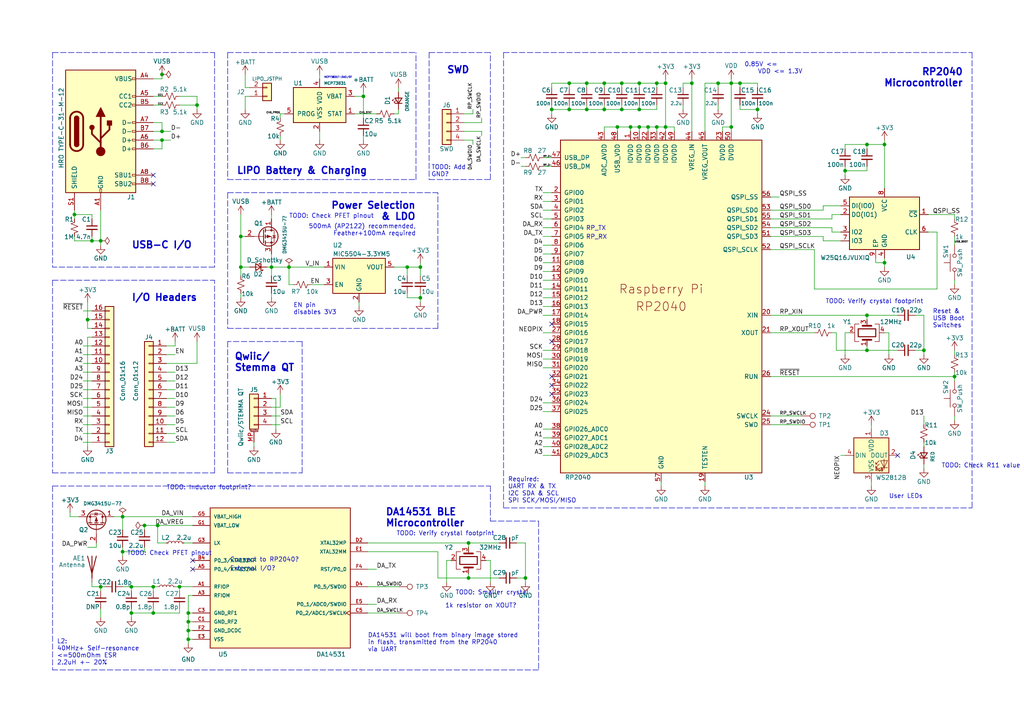
<source format=kicad_sch>
(kicad_sch (version 20210621) (generator eeschema)
  (paper "A4")
  (title_block (title "RP2040 BLE Feather") (date "2021-11-10") (rev "v1.1") (company "Benjamin Ward"))
  (lib_symbols
    (symbol "Battery_Management:MCP73831-2-OT" (pin_names (offset 1.016))
      (property "Reference" "U" (at -7.62 6.35 0))
      (property "Value" "MCP73831-2-OT" (at 1.27 6.35 0))
      (symbol "MCP73831-2-OT_1_1"
        (pin output line (at 10.16 -2.54 180) (length 2.54) (name "STAT") (number "1"))
        (pin power_in line (at 0 -7.62 90) (length 2.54) (name "VSS") (number "2"))
        (pin power_out line (at 10.16 2.54 180) (length 2.54) (name "VBAT") (number "3"))
        (pin power_in line (at 0 7.62 270) (length 2.54) (name "VDD") (number "4"))
        (pin input line (at -10.16 -2.54 0) (length 2.54) (name "PROG") (number "5"))
      )
    )
    (symbol "Connector:TestPoint" (pin_numbers hide) (pin_names (offset 0.762) hide)
      (property "Reference" "TP" (at 0 6.858 0))
      (property "Value" "TestPoint" (at 0 5.08 0))
      (symbol "TestPoint_1_1"
        (pin passive line (at 0 0 90) (length 2.54) (name "1") (number "1"))
      )
    )
    (symbol "Connector:USB_C_Receptacle_USB2.0" (pin_names (offset 1.016))
      (property "Reference" "J" (at -10.16 19.05 0))
      (property "Value" "USB_C_Receptacle_USB2.0" (at 19.05 19.05 0))
      (symbol "USB_C_Receptacle_USB2.0_1_1"
        (pin passive line (at 0 -22.86 90) (length 5.08) (name "GND") (number "A1"))
        (pin passive line (at 0 -22.86 90) (length 5.08) hide (name "GND") (number "A12"))
        (pin passive line (at 15.24 15.24 180) (length 5.08) (name "VBUS") (number "A4"))
        (pin bidirectional line (at 15.24 10.16 180) (length 5.08) (name "CC1") (number "A5"))
        (pin bidirectional line (at 15.24 -2.54 180) (length 5.08) (name "D+") (number "A6"))
        (pin bidirectional line (at 15.24 2.54 180) (length 5.08) (name "D-") (number "A7"))
        (pin bidirectional line (at 15.24 -12.7 180) (length 5.08) (name "SBU1") (number "A8"))
        (pin passive line (at 15.24 15.24 180) (length 5.08) hide (name "VBUS") (number "A9"))
        (pin passive line (at 0 -22.86 90) (length 5.08) hide (name "GND") (number "B1"))
        (pin passive line (at 0 -22.86 90) (length 5.08) hide (name "GND") (number "B12"))
        (pin passive line (at 15.24 15.24 180) (length 5.08) hide (name "VBUS") (number "B4"))
        (pin bidirectional line (at 15.24 7.62 180) (length 5.08) (name "CC2") (number "B5"))
        (pin bidirectional line (at 15.24 -5.08 180) (length 5.08) (name "D+") (number "B6"))
        (pin bidirectional line (at 15.24 0 180) (length 5.08) (name "D-") (number "B7"))
        (pin bidirectional line (at 15.24 -15.24 180) (length 5.08) (name "SBU2") (number "B8"))
        (pin passive line (at 15.24 15.24 180) (length 5.08) hide (name "VBUS") (number "B9"))
        (pin passive line (at -7.62 -22.86 90) (length 5.08) (name "SHIELD") (number "S1"))
      )
    )
    (symbol "Connector_Generic:Conn_01x02" (pin_names (offset 1.016) hide)
      (property "Reference" "J" (at 0 2.54 0))
      (property "Value" "Conn_01x02" (at 0 -5.08 0))
      (symbol "Conn_01x02_1_1"
        (pin passive line (at -5.08 0 0) (length 3.81) (name "Pin_1") (number "1"))
        (pin passive line (at -5.08 -2.54 0) (length 3.81) (name "Pin_2") (number "2"))
      )
    )
    (symbol "Connector_Generic:Conn_01x04" (pin_names (offset 1.016) hide)
      (property "Reference" "J" (at 0 5.08 0))
      (property "Value" "Conn_01x04" (at 0 -7.62 0))
      (symbol "Conn_01x04_1_1"
        (pin passive line (at -5.08 2.54 0) (length 3.81) (name "Pin_1") (number "1"))
        (pin passive line (at -5.08 0 0) (length 3.81) (name "Pin_2") (number "2"))
        (pin passive line (at -5.08 -2.54 0) (length 3.81) (name "Pin_3") (number "3"))
        (pin passive line (at -5.08 -5.08 0) (length 3.81) (name "Pin_4") (number "4"))
      )
    )
    (symbol "Connector_Generic:Conn_01x12" (pin_names (offset 1.016) hide)
      (property "Reference" "J" (at 0 15.24 0))
      (property "Value" "Conn_01x12" (at 0 -17.78 0))
      (symbol "Conn_01x12_1_1"
        (pin passive line (at -5.08 12.7 0) (length 3.81) (name "Pin_1") (number "1"))
        (pin passive line (at -5.08 -10.16 0) (length 3.81) (name "Pin_10") (number "10"))
        (pin passive line (at -5.08 -12.7 0) (length 3.81) (name "Pin_11") (number "11"))
        (pin passive line (at -5.08 -15.24 0) (length 3.81) (name "Pin_12") (number "12"))
        (pin passive line (at -5.08 10.16 0) (length 3.81) (name "Pin_2") (number "2"))
        (pin passive line (at -5.08 7.62 0) (length 3.81) (name "Pin_3") (number "3"))
        (pin passive line (at -5.08 5.08 0) (length 3.81) (name "Pin_4") (number "4"))
        (pin passive line (at -5.08 2.54 0) (length 3.81) (name "Pin_5") (number "5"))
        (pin passive line (at -5.08 0 0) (length 3.81) (name "Pin_6") (number "6"))
        (pin passive line (at -5.08 -2.54 0) (length 3.81) (name "Pin_7") (number "7"))
        (pin passive line (at -5.08 -5.08 0) (length 3.81) (name "Pin_8") (number "8"))
        (pin passive line (at -5.08 -7.62 0) (length 3.81) (name "Pin_9") (number "9"))
      )
    )
    (symbol "Connector_Generic:Conn_01x16" (pin_names (offset 1.016) hide)
      (property "Reference" "J" (at 0 20.32 0))
      (property "Value" "Conn_01x16" (at 0 -22.86 0))
      (symbol "Conn_01x16_1_1"
        (pin passive line (at -5.08 17.78 0) (length 3.81) (name "Pin_1") (number "1"))
        (pin passive line (at -5.08 -5.08 0) (length 3.81) (name "Pin_10") (number "10"))
        (pin passive line (at -5.08 -7.62 0) (length 3.81) (name "Pin_11") (number "11"))
        (pin passive line (at -5.08 -10.16 0) (length 3.81) (name "Pin_12") (number "12"))
        (pin passive line (at -5.08 -12.7 0) (length 3.81) (name "Pin_13") (number "13"))
        (pin passive line (at -5.08 -15.24 0) (length 3.81) (name "Pin_14") (number "14"))
        (pin passive line (at -5.08 -17.78 0) (length 3.81) (name "Pin_15") (number "15"))
        (pin passive line (at -5.08 -20.32 0) (length 3.81) (name "Pin_16") (number "16"))
        (pin passive line (at -5.08 15.24 0) (length 3.81) (name "Pin_2") (number "2"))
        (pin passive line (at -5.08 12.7 0) (length 3.81) (name "Pin_3") (number "3"))
        (pin passive line (at -5.08 10.16 0) (length 3.81) (name "Pin_4") (number "4"))
        (pin passive line (at -5.08 7.62 0) (length 3.81) (name "Pin_5") (number "5"))
        (pin passive line (at -5.08 5.08 0) (length 3.81) (name "Pin_6") (number "6"))
        (pin passive line (at -5.08 2.54 0) (length 3.81) (name "Pin_7") (number "7"))
        (pin passive line (at -5.08 0 0) (length 3.81) (name "Pin_8") (number "8"))
        (pin passive line (at -5.08 -2.54 0) (length 3.81) (name "Pin_9") (number "9"))
      )
    )
    (symbol "Connector_Generic_MountingPin:Conn_01x04_MountingPin" (pin_names (offset 1.016) hide)
      (property "Reference" "J" (at 0 5.08 0))
      (property "Value" "Conn_01x04_MountingPin" (at 1.27 -7.62 0))
      (symbol "Conn_01x04_MountingPin_1_1"
        (text "Mounting" (at 0 -6.731 0) (effects (font (size 0.381 0.381))))
        (pin passive line (at -5.08 2.54 0) (length 3.81) (name "Pin_1") (number "1"))
        (pin passive line (at -5.08 0 0) (length 3.81) (name "Pin_2") (number "2"))
        (pin passive line (at -5.08 -2.54 0) (length 3.81) (name "Pin_3") (number "3"))
        (pin passive line (at -5.08 -5.08 0) (length 3.81) (name "Pin_4") (number "4"))
        (pin passive line (at 0 -10.16 90) (length 3.048) (name "MountPin") (number "MP"))
      )
    )
    (symbol "Device:Antenna" (pin_numbers hide) (pin_names (offset 1.016) hide)
      (property "Reference" "AE" (at -1.905 1.905 0))
      (property "Value" "Antenna" (at -1.905 0 0))
      (symbol "Antenna_1_1"
        (pin input line (at 0 -5.08 90) (length 2.54) (name "A") (number "1"))
      )
    )
    (symbol "Device:C_Small" (pin_numbers hide) (pin_names (offset 0.254) hide)
      (property "Reference" "C" (at 0.254 1.778 0))
      (property "Value" "C_Small" (at 0.254 -2.032 0))
      (symbol "C_Small_1_1"
        (pin passive line (at 0 2.54 270) (length 2.032) (name "~") (number "1"))
        (pin passive line (at 0 -2.54 90) (length 2.032) (name "~") (number "2"))
      )
    )
    (symbol "Device:Crystal_GND24" (pin_names (offset 1.016) hide)
      (property "Reference" "Y" (at 3.175 5.08 0))
      (property "Value" "Crystal_GND24" (at 3.175 3.175 0))
      (symbol "Crystal_GND24_1_1"
        (pin passive line (at -3.81 0 0) (length 1.27) (name "1") (number "1"))
        (pin passive line (at 0 5.08 270) (length 1.27) (name "2") (number "2"))
        (pin passive line (at 3.81 0 180) (length 1.27) (name "3") (number "3"))
        (pin passive line (at 0 -5.08 90) (length 1.27) (name "4") (number "4"))
      )
    )
    (symbol "Device:D_Schottky_Small" (pin_numbers hide) (pin_names (offset 0.254) hide)
      (property "Reference" "D" (at -1.27 2.032 0))
      (property "Value" "D_Schottky_Small" (at -7.112 -2.032 0))
      (symbol "D_Schottky_Small_1_1"
        (pin passive line (at -2.54 0 0) (length 1.778) (name "K") (number "1"))
        (pin passive line (at 2.54 0 180) (length 1.778) (name "A") (number "2"))
      )
    )
    (symbol "Device:LED_Small" (pin_numbers hide) (pin_names (offset 0.254) hide)
      (property "Reference" "D" (at -1.27 3.175 0))
      (property "Value" "LED_Small" (at -4.445 -2.54 0))
      (symbol "LED_Small_1_1"
        (pin passive line (at -2.54 0 0) (length 1.778) (name "K") (number "1"))
        (pin passive line (at 2.54 0 180) (length 1.778) (name "A") (number "2"))
      )
    )
    (symbol "Device:L_Small" (pin_numbers hide) (pin_names (offset 0.254) hide)
      (property "Reference" "L" (at 0.762 1.016 0))
      (property "Value" "L_Small" (at 0.762 -1.016 0))
      (symbol "L_Small_1_1"
        (pin passive line (at 0 2.54 270) (length 0.508) (name "~") (number "1"))
        (pin passive line (at 0 -2.54 90) (length 0.508) (name "~") (number "2"))
      )
    )
    (symbol "Device:Q_PMOS_DGS" (pin_names (offset 0) hide)
      (property "Reference" "Q" (at 5.08 1.27 0))
      (property "Value" "Q_PMOS_DGS" (at 5.08 -1.27 0))
      (symbol "Q_PMOS_DGS_1_1"
        (pin passive line (at 2.54 5.08 270) (length 2.54) (name "D") (number "1"))
        (pin input line (at -5.08 0 0) (length 2.54) (name "G") (number "2"))
        (pin passive line (at 2.54 -5.08 90) (length 2.54) (name "S") (number "3"))
      )
    )
    (symbol "Device:R_Small_US" (pin_numbers hide) (pin_names (offset 0.254) hide)
      (property "Reference" "R" (at 0.762 0.508 0))
      (property "Value" "R_Small_US" (at 0.762 -1.016 0))
      (symbol "R_Small_US_1_1"
        (pin passive line (at 0 2.54 270) (length 1.016) (name "~") (number "1"))
        (pin passive line (at 0 -2.54 90) (length 1.016) (name "~") (number "2"))
      )
    )
    (symbol "LED:WS2812B" (pin_names (offset 0.254))
      (property "Reference" "D" (at 5.08 5.715 0))
      (property "Value" "WS2812B" (at 1.27 -5.715 0))
      (symbol "WS2812B_0_0"
        (text "RGB" (at 2.286 -4.191 0) (effects (font (size 0.762 0.762))))
      )
      (symbol "WS2812B_1_1"
        (pin power_in line (at 0 7.62 270) (length 2.54) (name "VDD") (number "1"))
        (pin output line (at 7.62 0 180) (length 2.54) (name "DOUT") (number "2"))
        (pin power_in line (at 0 -7.62 90) (length 2.54) (name "VSS") (number "3"))
        (pin input line (at -7.62 0 0) (length 2.54) (name "DIN") (number "4"))
      )
    )
    (symbol "Memory_Flash:W25Q32JVZP"
      (property "Reference" "U" (at -8.89 8.89 0))
      (property "Value" "W25Q32JVZP" (at 7.62 8.89 0))
      (symbol "W25Q32JVZP_1_1"
        (pin input line (at -12.7 2.54 0) (length 2.54) (name "~{CS}") (number "1"))
        (pin bidirectional line (at 12.7 2.54 180) (length 2.54) (name "DO(IO1)") (number "2"))
        (pin bidirectional line (at 12.7 -2.54 180) (length 2.54) (name "IO2") (number "3"))
        (pin power_in line (at 0 -10.16 90) (length 2.54) (name "GND") (number "4"))
        (pin bidirectional line (at 12.7 5.08 180) (length 2.54) (name "DI(IO0)") (number "5"))
        (pin input line (at -12.7 -2.54 0) (length 2.54) (name "CLK") (number "6"))
        (pin bidirectional line (at 12.7 -5.08 180) (length 2.54) (name "IO3") (number "7"))
        (pin power_in line (at 0 10.16 270) (length 2.54) (name "VCC") (number "8"))
        (pin passive line (at 2.54 -10.16 90) (length 2.54) (name "EP") (number "9"))
      )
    )
    (symbol "Regulator_Linear:MIC5504-3.3YM5"
      (property "Reference" "U" (at -7.62 8.89 0))
      (property "Value" "MIC5504-3.3YM5" (at -7.62 6.35 0))
      (symbol "MIC5504-3.3YM5_1_1"
        (pin power_in line (at -10.16 2.54 0) (length 2.54) (name "VIN") (number "1"))
        (pin power_in line (at 0 -7.62 90) (length 2.54) (name "GND") (number "2"))
        (pin input line (at -10.16 -2.54 0) (length 2.54) (name "EN") (number "3"))
        (pin no_connect line (at 7.62 -2.54 180) (length 2.54) hide (name "NC") (number "4"))
        (pin power_out line (at 10.16 2.54 180) (length 2.54) (name "VOUT") (number "5"))
      )
    )
    (symbol "Switch:SW_Push" (pin_numbers hide) (pin_names (offset 1.016) hide)
      (property "Reference" "SW" (at 1.27 2.54 0))
      (property "Value" "SW_Push" (at 0 -1.524 0))
      (symbol "SW_Push_0_1"
        (pin passive line (at -5.08 0 0) (length 2.54) (name "1") (number "1"))
        (pin passive line (at 5.08 0 180) (length 2.54) (name "2") (number "2"))
      )
    )
    (symbol "power:+3.3V" (power) (pin_names (offset 0))
      (property "Value" "+3.3V" (at 0 3.556 0))
      (symbol "+3.3V_1_1"
        (pin power_in line (at 0 0 90) (length 0) hide (name "+3V3") (number "1"))
      )
    )
    (symbol "power:+BATT" (power) (pin_names (offset 0))
      (property "Value" "+BATT" (at 0 3.556 0))
      (symbol "+BATT_1_1"
        (pin power_in line (at 0 0 90) (length 0) hide (name "+BATT") (number "1"))
      )
    )
    (symbol "power:GND" (power) (pin_names (offset 0))
      (property "Value" "GND" (at 0 -3.81 0))
      (symbol "GND_1_1"
        (pin power_in line (at 0 0 270) (length 0) hide (name "GND") (number "1"))
      )
    )
    (symbol "power:PWR_FLAG" (power) (pin_numbers hide) (pin_names (offset 0) hide)
      (property "Value" "PWR_FLAG" (at 0 3.81 0))
      (symbol "PWR_FLAG_0_0"
        (pin power_out line (at 0 0 90) (length 0) (name "pwr") (number "1"))
      )
    )
    (symbol "power:VDD" (power) (pin_names (offset 0))
      (property "Value" "VDD" (at 0 3.81 0))
      (symbol "VDD_1_1"
        (pin power_in line (at 0 0 90) (length 0) hide (name "VDD") (number "1"))
      )
    )
    (symbol "rp2040_bt_feather:DA14531-00000OG2" (pin_names (offset 1.016))
      (property "Reference" "U" (at -20.32 21.59 0))
      (property "Value" "DA14531-00000OG2" (at -20.32 -21.59 0))
      (symbol "DA14531-00000OG2_0_0"
        (pin bidirectional line (at 25.4 -2.54 180) (length 5.08) (name "RFIOP") (number "A1"))
        (pin bidirectional line (at 25.4 -5.08 180) (length 5.08) (name "RFIOM") (number "A3"))
        (pin bidirectional line (at 25.4 2.54 180) (length 5.08) (name "P0_4/XTAL32KM") (number "A5"))
        (pin bidirectional line (at 25.4 5.08 180) (length 5.08) (name "P0_3/XTAL32KP") (number "B4"))
        (pin power_in line (at 25.4 -12.7 180) (length 5.08) (name "GND_RF2") (number "C1"))
        (pin power_in line (at 25.4 -10.16 180) (length 5.08) (name "GND_RF1") (number "C3"))
        (pin bidirectional clock (at -25.4 -10.16 0) (length 5.08) (name "P0_2/ADC1/SWCLK") (number "C5"))
        (pin input line (at -25.4 10.16 0) (length 5.08) (name "XTAL32MP") (number "D2"))
        (pin bidirectional line (at -25.4 -2.54 0) (length 5.08) (name "P0_5/SWDIO") (number "D4"))
        (pin output line (at -25.4 7.62 0) (length 5.08) (name "XTAL32MM") (number "E1"))
        (pin power_in line (at 25.4 -17.78 180) (length 5.08) (name "VSS") (number "E3"))
        (pin bidirectional line (at -25.4 -7.62 0) (length 5.08) (name "P0_1/ADC0/SWDIO") (number "E5"))
        (pin power_in line (at 25.4 -15.24 180) (length 5.08) (name "GND_DCDC") (number "F2"))
        (pin bidirectional line (at -25.4 2.54 0) (length 5.08) (name "RST/P0_0") (number "F4"))
        (pin power_in line (at 25.4 15.24 180) (length 5.08) (name "VBAT_LOW") (number "G1"))
        (pin passive line (at 25.4 10.16 180) (length 5.08) (name "LX") (number "G3"))
        (pin power_in line (at 25.4 17.78 180) (length 5.08) (name "VBAT_HIGH") (number "G5"))
      )
    )
    (symbol "rp2040_bt_feather:RP2040" (pin_names (offset 1.016))
      (property "Reference" "U" (at -29.21 49.53 0))
      (property "Value" "RP2040" (at 24.13 -49.53 0))
      (symbol "RP2040_0_0"
        (text "Raspberry Pi" (at 0 5.08 0) (effects (font (size 2.54 2.54))))
        (text "RP2040" (at 0 0 0) (effects (font (size 2.54 2.54))))
      )
      (symbol "RP2040_1_1"
        (pin power_in line (at 8.89 50.8 270) (length 2.54) (name "IOVDD") (number "1"))
        (pin power_in line (at 6.35 50.8 270) (length 2.54) (name "IOVDD") (number "10"))
        (pin bidirectional line (at 31.75 12.7 180) (length 2.54) (name "GPIO8") (number "11"))
        (pin bidirectional line (at 31.75 10.16 180) (length 2.54) (name "GPIO9") (number "12"))
        (pin bidirectional line (at 31.75 7.62 180) (length 2.54) (name "GPIO10") (number "13"))
        (pin bidirectional line (at 31.75 5.08 180) (length 2.54) (name "GPIO11") (number "14"))
        (pin bidirectional line (at 31.75 2.54 180) (length 2.54) (name "GPIO12") (number "15"))
        (pin bidirectional line (at 31.75 0 180) (length 2.54) (name "GPIO13") (number "16"))
        (pin bidirectional line (at 31.75 -2.54 180) (length 2.54) (name "GPIO14") (number "17"))
        (pin bidirectional line (at 31.75 -5.08 180) (length 2.54) (name "GPIO15") (number "18"))
        (pin passive line (at -12.7 -50.8 90) (length 2.54) (name "TESTEN") (number "19"))
        (pin bidirectional line (at 31.75 33.02 180) (length 2.54) (name "GPIO0") (number "2"))
        (pin input line (at -31.75 -2.54 0) (length 2.54) (name "XIN") (number "20"))
        (pin passive line (at -31.75 -7.62 0) (length 2.54) (name "XOUT") (number "21"))
        (pin power_in line (at 3.81 50.8 270) (length 2.54) (name "IOVDD") (number "22"))
        (pin power_in line (at -17.78 50.8 270) (length 2.54) (name "DVDD") (number "23"))
        (pin output line (at -31.75 -31.75 0) (length 2.54) (name "SWCLK") (number "24"))
        (pin bidirectional line (at -31.75 -34.29 0) (length 2.54) (name "SWD") (number "25"))
        (pin input line (at -31.75 -20.32 0) (length 2.54) (name "RUN") (number "26"))
        (pin bidirectional line (at 31.75 -7.62 180) (length 2.54) (name "GPIO16") (number "27"))
        (pin bidirectional line (at 31.75 -10.16 180) (length 2.54) (name "GPIO17") (number "28"))
        (pin bidirectional line (at 31.75 -12.7 180) (length 2.54) (name "GPIO18") (number "29"))
        (pin bidirectional line (at 31.75 30.48 180) (length 2.54) (name "GPIO1") (number "3"))
        (pin bidirectional line (at 31.75 -15.24 180) (length 2.54) (name "GPIO19") (number "30"))
        (pin bidirectional line (at 31.75 -17.78 180) (length 2.54) (name "GPIO20") (number "31"))
        (pin bidirectional line (at 31.75 -20.32 180) (length 2.54) (name "GPIO21") (number "32"))
        (pin power_in line (at 1.27 50.8 270) (length 2.54) (name "IOVDD") (number "33"))
        (pin bidirectional line (at 31.75 -22.86 180) (length 2.54) (name "GPIO22") (number "34"))
        (pin bidirectional line (at 31.75 -25.4 180) (length 2.54) (name "GPIO23") (number "35"))
        (pin bidirectional line (at 31.75 -27.94 180) (length 2.54) (name "GPIO24") (number "36"))
        (pin bidirectional line (at 31.75 -30.48 180) (length 2.54) (name "GPIO25") (number "37"))
        (pin bidirectional line (at 31.75 -35.56 180) (length 2.54) (name "GPIO26_ADC0") (number "38"))
        (pin bidirectional line (at 31.75 -38.1 180) (length 2.54) (name "GPIO27_ADC1") (number "39"))
        (pin bidirectional line (at 31.75 27.94 180) (length 2.54) (name "GPIO2") (number "4"))
        (pin bidirectional line (at 31.75 -40.64 180) (length 2.54) (name "GPIO28_ADC2") (number "40"))
        (pin bidirectional line (at 31.75 -43.18 180) (length 2.54) (name "GPIO29_ADC3") (number "41"))
        (pin power_in line (at -1.27 50.8 270) (length 2.54) (name "IOVDD") (number "42"))
        (pin power_in line (at 16.51 50.8 270) (length 2.54) (name "ADC_AVDD") (number "43"))
        (pin power_in line (at -8.89 50.8 270) (length 2.54) (name "VREG_IN") (number "44"))
        (pin power_out line (at -12.7 50.8 270) (length 2.54) (name "VREG_VOUT") (number "45"))
        (pin bidirectional line (at 31.75 40.64 180) (length 2.54) (name "USB_DM") (number "46"))
        (pin bidirectional line (at 31.75 43.18 180) (length 2.54) (name "USB_DP") (number "47"))
        (pin power_in line (at 12.7 50.8 270) (length 2.54) (name "USB_VDD") (number "48"))
        (pin power_in line (at -3.81 50.8 270) (length 2.54) (name "IOVDD") (number "49"))
        (pin bidirectional line (at 31.75 25.4 180) (length 2.54) (name "GPIO3") (number "5"))
        (pin power_in line (at -20.32 50.8 270) (length 2.54) (name "DVDD") (number "50"))
        (pin bidirectional line (at -31.75 20.32 0) (length 2.54) (name "QSPI_SD3") (number "51"))
        (pin output line (at -31.75 16.51 0) (length 2.54) (name "QSPI_SCLK") (number "52"))
        (pin bidirectional line (at -31.75 27.94 0) (length 2.54) (name "QSPI_SD0") (number "53"))
        (pin bidirectional line (at -31.75 22.86 0) (length 2.54) (name "QSPI_SD2") (number "54"))
        (pin bidirectional line (at -31.75 25.4 0) (length 2.54) (name "QSPI_SD1") (number "55"))
        (pin bidirectional line (at -31.75 31.75 0) (length 2.54) (name "QSPI_SS") (number "56"))
        (pin power_in line (at 0 -50.8 90) (length 2.54) (name "GND") (number "57"))
        (pin bidirectional line (at 31.75 22.86 180) (length 2.54) (name "GPIO4") (number "6"))
        (pin bidirectional line (at 31.75 20.32 180) (length 2.54) (name "GPIO5") (number "7"))
        (pin bidirectional line (at 31.75 17.78 180) (length 2.54) (name "GPIO6") (number "8"))
        (pin bidirectional line (at 31.75 15.24 180) (length 2.54) (name "GPIO7") (number "9"))
      )
    )
    (symbol "rp2040_bt_feather:VUSB" (power) (pin_names (offset 0))
      (property "Value" "VUSB" (at 0 3.81 0))
      (symbol "VUSB_1_1"
        (pin power_in line (at 0 0 90) (length 0) hide (name "VUSB") (number "1"))
      )
    )
  )
  (junction (at 21.59 62.23) (diameter 0.9144))
  (junction (at 25.4 92.71))
  (junction (at 26.67 69.85) (diameter 0.9144))
  (junction (at 29.21 69.85) (diameter 0.9144))
  (junction (at 29.21 170.18))
  (junction (at 35.56 149.86))
  (junction (at 35.56 160.02))
  (junction (at 38.1 170.18))
  (junction (at 38.1 177.8))
  (junction (at 41.91 152.4))
  (junction (at 44.45 170.18))
  (junction (at 44.45 177.8))
  (junction (at 45.72 152.4))
  (junction (at 46.99 21.59))
  (junction (at 46.99 38.1))
  (junction (at 46.99 40.64))
  (junction (at 52.07 170.18))
  (junction (at 54.61 177.8))
  (junction (at 54.61 180.34))
  (junction (at 54.61 182.88))
  (junction (at 54.61 185.42))
  (junction (at 57.15 30.48) (diameter 0.9144))
  (junction (at 69.85 68.58))
  (junction (at 69.85 77.47))
  (junction (at 78.74 77.47))
  (junction (at 83.82 77.47))
  (junction (at 105.41 27.94))
  (junction (at 118.11 77.47))
  (junction (at 121.92 77.47))
  (junction (at 121.92 86.36))
  (junction (at 135.89 157.48) (diameter 0.9144))
  (junction (at 135.89 167.64) (diameter 0.9144))
  (junction (at 152.4 167.64) (diameter 0.9144))
  (junction (at 160.02 31.75) (diameter 0.9144))
  (junction (at 165.1 24.13) (diameter 0.9144))
  (junction (at 165.1 31.75) (diameter 0.9144))
  (junction (at 170.18 24.13) (diameter 0.9144))
  (junction (at 170.18 31.75) (diameter 0.9144))
  (junction (at 175.26 24.13) (diameter 0.9144))
  (junction (at 175.26 31.75) (diameter 0.9144))
  (junction (at 179.07 36.83) (diameter 0.9144))
  (junction (at 180.34 24.13) (diameter 0.9144))
  (junction (at 180.34 31.75) (diameter 0.9144))
  (junction (at 182.88 36.83) (diameter 0.9144))
  (junction (at 185.42 24.13) (diameter 0.9144))
  (junction (at 185.42 31.75) (diameter 0.9144))
  (junction (at 185.42 36.83) (diameter 0.9144))
  (junction (at 187.96 36.83) (diameter 0.9144))
  (junction (at 190.5 24.13) (diameter 0.9144))
  (junction (at 190.5 36.83) (diameter 0.9144))
  (junction (at 193.04 24.13) (diameter 0.9144))
  (junction (at 193.04 36.83) (diameter 0.9144))
  (junction (at 200.66 24.13) (diameter 0.9144))
  (junction (at 208.28 24.13) (diameter 0.9144))
  (junction (at 212.09 24.13) (diameter 0.9144))
  (junction (at 212.09 36.83) (diameter 0.9144))
  (junction (at 214.63 24.13) (diameter 0.9144))
  (junction (at 219.71 31.75) (diameter 0.9144))
  (junction (at 245.11 49.53))
  (junction (at 251.46 41.91))
  (junction (at 251.46 91.44) (diameter 0.9144))
  (junction (at 251.46 101.6) (diameter 0.9144))
  (junction (at 256.54 41.91) (diameter 0.9144))
  (junction (at 256.54 76.2) (diameter 0.9144))
  (junction (at 267.97 101.6) (diameter 0.9144))
  (junction (at 276.86 109.22))
  (no_connect (at 44.45 50.8))
  (no_connect (at 44.45 53.34))
  (no_connect (at 55.88 162.56))
  (no_connect (at 55.88 165.1))
  (no_connect (at 160.02 93.98))
  (no_connect (at 160.02 99.06))
  (no_connect (at 160.02 109.22))
  (no_connect (at 160.02 111.76))
  (no_connect (at 160.02 114.3))
  (no_connect (at 260.35 132.08))
  (wire (pts (xy 20.32 148.59) (xy 20.32 149.86)))
  (wire (pts (xy 20.32 149.86) (xy 22.86 149.86)))
  (wire (pts (xy 21.59 60.96) (xy 21.59 62.23)))
  (wire (pts (xy 21.59 62.23) (xy 21.59 63.5)))
  (wire (pts (xy 21.59 62.23) (xy 26.67 62.23)))
  (wire (pts (xy 21.59 69.85) (xy 21.59 68.58)))
  (wire (pts (xy 21.59 69.85) (xy 26.67 69.85)))
  (wire (pts (xy 24.13 90.17) (xy 26.67 90.17)))
  (wire (pts (xy 24.13 100.33) (xy 26.67 100.33)))
  (wire (pts (xy 24.13 102.87) (xy 26.67 102.87)))
  (wire (pts (xy 24.13 105.41) (xy 26.67 105.41)))
  (wire (pts (xy 24.13 107.95) (xy 26.67 107.95)))
  (wire (pts (xy 24.13 110.49) (xy 26.67 110.49)))
  (wire (pts (xy 24.13 113.03) (xy 26.67 113.03)))
  (wire (pts (xy 24.13 115.57) (xy 26.67 115.57)))
  (wire (pts (xy 24.13 118.11) (xy 26.67 118.11)))
  (wire (pts (xy 24.13 120.65) (xy 26.67 120.65)))
  (wire (pts (xy 24.13 123.19) (xy 26.67 123.19)))
  (wire (pts (xy 24.13 125.73) (xy 26.67 125.73)))
  (wire (pts (xy 24.13 128.27) (xy 26.67 128.27)))
  (wire (pts (xy 25.4 87.63) (xy 25.4 92.71)))
  (wire (pts (xy 25.4 92.71) (xy 25.4 95.25)))
  (wire (pts (xy 25.4 92.71) (xy 26.67 92.71)))
  (wire (pts (xy 25.4 95.25) (xy 26.67 95.25)))
  (wire (pts (xy 25.4 97.79) (xy 25.4 129.54)))
  (wire (pts (xy 25.4 158.75) (xy 27.94 158.75)))
  (wire (pts (xy 26.67 62.23) (xy 26.67 63.5)))
  (wire (pts (xy 26.67 68.58) (xy 26.67 69.85)))
  (wire (pts (xy 26.67 69.85) (xy 29.21 69.85)))
  (wire (pts (xy 26.67 97.79) (xy 25.4 97.79)))
  (wire (pts (xy 26.67 168.91) (xy 26.67 170.18)))
  (wire (pts (xy 27.94 157.48) (xy 27.94 158.75)))
  (wire (pts (xy 29.21 60.96) (xy 29.21 69.85)))
  (wire (pts (xy 29.21 69.85) (xy 29.21 71.12)))
  (wire (pts (xy 29.21 170.18) (xy 26.67 170.18)))
  (wire (pts (xy 29.21 170.18) (xy 29.21 171.45)))
  (wire (pts (xy 29.21 176.53) (xy 29.21 179.07)))
  (wire (pts (xy 30.48 170.18) (xy 29.21 170.18)))
  (wire (pts (xy 33.02 149.86) (xy 35.56 149.86)))
  (wire (pts (xy 35.56 149.86) (xy 35.56 153.67)))
  (wire (pts (xy 35.56 158.75) (xy 35.56 160.02)))
  (wire (pts (xy 35.56 160.02) (xy 35.56 161.29)))
  (wire (pts (xy 38.1 170.18) (xy 35.56 170.18)))
  (wire (pts (xy 38.1 170.18) (xy 38.1 171.45)))
  (wire (pts (xy 38.1 177.8) (xy 38.1 176.53)))
  (wire (pts (xy 38.1 177.8) (xy 38.1 179.07)))
  (wire (pts (xy 41.91 152.4) (xy 41.91 153.67)))
  (wire (pts (xy 41.91 158.75) (xy 41.91 160.02)))
  (wire (pts (xy 41.91 160.02) (xy 35.56 160.02)))
  (wire (pts (xy 44.45 22.86) (xy 46.99 22.86)))
  (wire (pts (xy 44.45 27.94) (xy 46.99 27.94)))
  (wire (pts (xy 44.45 30.48) (xy 46.99 30.48)))
  (wire (pts (xy 44.45 35.56) (xy 46.99 35.56)))
  (wire (pts (xy 44.45 40.64) (xy 46.99 40.64)))
  (wire (pts (xy 44.45 170.18) (xy 38.1 170.18)))
  (wire (pts (xy 44.45 170.18) (xy 44.45 171.45)))
  (wire (pts (xy 44.45 176.53) (xy 44.45 177.8)))
  (wire (pts (xy 44.45 177.8) (xy 38.1 177.8)))
  (wire (pts (xy 45.72 152.4) (xy 41.91 152.4)))
  (wire (pts (xy 45.72 152.4) (xy 55.88 152.4)))
  (wire (pts (xy 45.72 157.48) (xy 45.72 152.4)))
  (wire (pts (xy 45.72 170.18) (xy 44.45 170.18)))
  (wire (pts (xy 46.99 21.59) (xy 46.99 22.86)))
  (wire (pts (xy 46.99 35.56) (xy 46.99 38.1)))
  (wire (pts (xy 46.99 38.1) (xy 44.45 38.1)))
  (wire (pts (xy 46.99 38.1) (xy 49.53 38.1)))
  (wire (pts (xy 46.99 40.64) (xy 46.99 43.18)))
  (wire (pts (xy 46.99 40.64) (xy 49.53 40.64)))
  (wire (pts (xy 46.99 43.18) (xy 44.45 43.18)))
  (wire (pts (xy 48.26 100.33) (xy 50.8 100.33)))
  (wire (pts (xy 48.26 102.87) (xy 50.8 102.87)))
  (wire (pts (xy 48.26 105.41) (xy 57.15 105.41)))
  (wire (pts (xy 48.26 107.95) (xy 50.8 107.95)))
  (wire (pts (xy 48.26 110.49) (xy 50.8 110.49)))
  (wire (pts (xy 48.26 113.03) (xy 50.8 113.03)))
  (wire (pts (xy 48.26 115.57) (xy 50.8 115.57)))
  (wire (pts (xy 48.26 118.11) (xy 50.8 118.11)))
  (wire (pts (xy 48.26 120.65) (xy 50.8 120.65)))
  (wire (pts (xy 48.26 123.19) (xy 50.8 123.19)))
  (wire (pts (xy 48.26 125.73) (xy 50.8 125.73)))
  (wire (pts (xy 48.26 128.27) (xy 50.8 128.27)))
  (wire (pts (xy 48.26 157.48) (xy 45.72 157.48)))
  (wire (pts (xy 50.8 100.33) (xy 50.8 99.06)))
  (wire (pts (xy 52.07 27.94) (xy 57.15 27.94)))
  (wire (pts (xy 52.07 30.48) (xy 57.15 30.48)))
  (wire (pts (xy 52.07 170.18) (xy 50.8 170.18)))
  (wire (pts (xy 52.07 170.18) (xy 52.07 171.45)))
  (wire (pts (xy 52.07 176.53) (xy 52.07 177.8)))
  (wire (pts (xy 52.07 177.8) (xy 44.45 177.8)))
  (wire (pts (xy 54.61 172.72) (xy 54.61 177.8)))
  (wire (pts (xy 54.61 177.8) (xy 54.61 180.34)))
  (wire (pts (xy 54.61 180.34) (xy 54.61 182.88)))
  (wire (pts (xy 54.61 182.88) (xy 54.61 185.42)))
  (wire (pts (xy 54.61 185.42) (xy 54.61 186.69)))
  (wire (pts (xy 55.88 149.86) (xy 35.56 149.86)))
  (wire (pts (xy 55.88 157.48) (xy 53.34 157.48)))
  (wire (pts (xy 55.88 170.18) (xy 52.07 170.18)))
  (wire (pts (xy 55.88 172.72) (xy 54.61 172.72)))
  (wire (pts (xy 55.88 177.8) (xy 54.61 177.8)))
  (wire (pts (xy 55.88 180.34) (xy 54.61 180.34)))
  (wire (pts (xy 55.88 182.88) (xy 54.61 182.88)))
  (wire (pts (xy 55.88 185.42) (xy 54.61 185.42)))
  (wire (pts (xy 57.15 27.94) (xy 57.15 30.48)))
  (wire (pts (xy 57.15 30.48) (xy 57.15 31.75)))
  (wire (pts (xy 57.15 99.06) (xy 57.15 105.41)))
  (wire (pts (xy 69.85 62.23) (xy 69.85 68.58)))
  (wire (pts (xy 69.85 68.58) (xy 69.85 77.47)))
  (wire (pts (xy 69.85 77.47) (xy 69.85 80.01)))
  (wire (pts (xy 69.85 77.47) (xy 72.39 77.47)))
  (wire (pts (xy 69.85 85.09) (xy 69.85 86.36)))
  (wire (pts (xy 71.12 21.59) (xy 71.12 25.4)))
  (wire (pts (xy 71.12 25.4) (xy 72.39 25.4)))
  (wire (pts (xy 71.12 27.94) (xy 71.12 31.75)))
  (wire (pts (xy 71.12 68.58) (xy 69.85 68.58)))
  (wire (pts (xy 72.39 27.94) (xy 71.12 27.94)))
  (wire (pts (xy 73.66 128.27) (xy 73.66 129.54)))
  (wire (pts (xy 78.74 62.23) (xy 78.74 63.5)))
  (wire (pts (xy 78.74 73.66) (xy 78.74 77.47)))
  (wire (pts (xy 78.74 77.47) (xy 77.47 77.47)))
  (wire (pts (xy 78.74 77.47) (xy 78.74 80.01)))
  (wire (pts (xy 78.74 77.47) (xy 83.82 77.47)))
  (wire (pts (xy 78.74 85.09) (xy 78.74 86.36)))
  (wire (pts (xy 78.74 115.57) (xy 80.01 115.57)))
  (wire (pts (xy 78.74 118.11) (xy 81.28 118.11)))
  (wire (pts (xy 78.74 120.65) (xy 81.28 120.65)))
  (wire (pts (xy 78.74 123.19) (xy 81.28 123.19)))
  (wire (pts (xy 80.01 115.57) (xy 80.01 124.46)))
  (wire (pts (xy 81.28 33.02) (xy 81.28 34.29)))
  (wire (pts (xy 81.28 33.02) (xy 82.55 33.02)))
  (wire (pts (xy 81.28 39.37) (xy 81.28 40.64)))
  (wire (pts (xy 81.28 118.11) (xy 81.28 114.3)))
  (wire (pts (xy 83.82 77.47) (xy 93.98 77.47)))
  (wire (pts (xy 83.82 82.55) (xy 83.82 77.47)))
  (wire (pts (xy 85.09 82.55) (xy 83.82 82.55)))
  (wire (pts (xy 90.17 82.55) (xy 93.98 82.55)))
  (wire (pts (xy 92.71 21.59) (xy 92.71 22.86)))
  (wire (pts (xy 92.71 38.1) (xy 92.71 40.64)))
  (wire (pts (xy 102.87 27.94) (xy 105.41 27.94)))
  (wire (pts (xy 102.87 33.02) (xy 109.22 33.02)))
  (wire (pts (xy 104.14 87.63) (xy 104.14 88.9)))
  (wire (pts (xy 105.41 26.67) (xy 105.41 27.94)))
  (wire (pts (xy 105.41 27.94) (xy 105.41 34.29)))
  (wire (pts (xy 105.41 39.37) (xy 105.41 40.64)))
  (wire (pts (xy 106.68 157.48) (xy 135.89 157.48)))
  (wire (pts (xy 106.68 160.02) (xy 127 160.02)))
  (wire (pts (xy 106.68 165.1) (xy 109.22 165.1)))
  (wire (pts (xy 106.68 170.18) (xy 115.57 170.18)))
  (wire (pts (xy 106.68 175.26) (xy 109.22 175.26)))
  (wire (pts (xy 106.68 177.8) (xy 115.57 177.8)))
  (wire (pts (xy 114.3 33.02) (xy 115.57 33.02)))
  (wire (pts (xy 114.3 77.47) (xy 118.11 77.47)))
  (wire (pts (xy 115.57 25.4) (xy 115.57 26.67)))
  (wire (pts (xy 115.57 31.75) (xy 115.57 33.02)))
  (wire (pts (xy 118.11 77.47) (xy 118.11 80.01)))
  (wire (pts (xy 118.11 77.47) (xy 121.92 77.47)))
  (wire (pts (xy 118.11 85.09) (xy 118.11 86.36)))
  (wire (pts (xy 118.11 86.36) (xy 121.92 86.36)))
  (wire (pts (xy 121.92 76.2) (xy 121.92 77.47)))
  (wire (pts (xy 121.92 77.47) (xy 121.92 80.01)))
  (wire (pts (xy 121.92 85.09) (xy 121.92 86.36)))
  (wire (pts (xy 121.92 86.36) (xy 121.92 87.63)))
  (wire (pts (xy 127 160.02) (xy 127 167.64)))
  (wire (pts (xy 127 167.64) (xy 135.89 167.64)))
  (wire (pts (xy 129.54 162.56) (xy 129.54 168.91)))
  (wire (pts (xy 130.81 162.56) (xy 129.54 162.56)))
  (wire (pts (xy 134.62 33.02) (xy 137.16 33.02)))
  (wire (pts (xy 134.62 35.56) (xy 139.7 35.56)))
  (wire (pts (xy 134.62 38.1) (xy 139.7 38.1)))
  (wire (pts (xy 134.62 40.64) (xy 137.16 40.64)))
  (wire (pts (xy 135.89 157.48) (xy 135.89 158.75)))
  (wire (pts (xy 135.89 167.64) (xy 135.89 166.37)))
  (wire (pts (xy 137.16 31.75) (xy 137.16 33.02)))
  (wire (pts (xy 137.16 40.64) (xy 137.16 41.91)))
  (wire (pts (xy 139.7 35.56) (xy 139.7 34.29)))
  (wire (pts (xy 139.7 38.1) (xy 139.7 39.37)))
  (wire (pts (xy 140.97 162.56) (xy 142.24 162.56)))
  (wire (pts (xy 142.24 162.56) (xy 142.24 168.91)))
  (wire (pts (xy 144.78 157.48) (xy 135.89 157.48)))
  (wire (pts (xy 144.78 167.64) (xy 135.89 167.64)))
  (wire (pts (xy 151.13 45.72) (xy 152.4 45.72)))
  (wire (pts (xy 151.13 48.26) (xy 152.4 48.26)))
  (wire (pts (xy 152.4 157.48) (xy 149.86 157.48)))
  (wire (pts (xy 152.4 157.48) (xy 152.4 167.64)))
  (wire (pts (xy 152.4 167.64) (xy 149.86 167.64)))
  (wire (pts (xy 152.4 167.64) (xy 152.4 168.91)))
  (wire (pts (xy 157.48 55.88) (xy 160.02 55.88)))
  (wire (pts (xy 157.48 58.42) (xy 160.02 58.42)))
  (wire (pts (xy 157.48 60.96) (xy 160.02 60.96)))
  (wire (pts (xy 157.48 63.5) (xy 160.02 63.5)))
  (wire (pts (xy 157.48 66.04) (xy 160.02 66.04)))
  (wire (pts (xy 157.48 68.58) (xy 160.02 68.58)))
  (wire (pts (xy 157.48 71.12) (xy 160.02 71.12)))
  (wire (pts (xy 157.48 73.66) (xy 160.02 73.66)))
  (wire (pts (xy 157.48 76.2) (xy 160.02 76.2)))
  (wire (pts (xy 157.48 78.74) (xy 160.02 78.74)))
  (wire (pts (xy 157.48 81.28) (xy 160.02 81.28)))
  (wire (pts (xy 157.48 83.82) (xy 160.02 83.82)))
  (wire (pts (xy 157.48 86.36) (xy 160.02 86.36)))
  (wire (pts (xy 157.48 88.9) (xy 160.02 88.9)))
  (wire (pts (xy 157.48 91.44) (xy 160.02 91.44)))
  (wire (pts (xy 157.48 96.52) (xy 160.02 96.52)))
  (wire (pts (xy 157.48 101.6) (xy 160.02 101.6)))
  (wire (pts (xy 157.48 104.14) (xy 160.02 104.14)))
  (wire (pts (xy 157.48 106.68) (xy 160.02 106.68)))
  (wire (pts (xy 157.48 116.84) (xy 160.02 116.84)))
  (wire (pts (xy 157.48 119.38) (xy 160.02 119.38)))
  (wire (pts (xy 157.48 124.46) (xy 160.02 124.46)))
  (wire (pts (xy 157.48 127) (xy 160.02 127)))
  (wire (pts (xy 157.48 129.54) (xy 160.02 129.54)))
  (wire (pts (xy 157.48 132.08) (xy 160.02 132.08)))
  (wire (pts (xy 160.02 24.13) (xy 160.02 25.4)))
  (wire (pts (xy 160.02 31.75) (xy 160.02 30.48)))
  (wire (pts (xy 160.02 31.75) (xy 160.02 33.02)))
  (wire (pts (xy 160.02 45.72) (xy 157.48 45.72)))
  (wire (pts (xy 160.02 48.26) (xy 157.48 48.26)))
  (wire (pts (xy 165.1 24.13) (xy 160.02 24.13)))
  (wire (pts (xy 165.1 24.13) (xy 165.1 25.4)))
  (wire (pts (xy 165.1 30.48) (xy 165.1 31.75)))
  (wire (pts (xy 165.1 31.75) (xy 160.02 31.75)))
  (wire (pts (xy 170.18 24.13) (xy 165.1 24.13)))
  (wire (pts (xy 170.18 24.13) (xy 170.18 25.4)))
  (wire (pts (xy 170.18 30.48) (xy 170.18 31.75)))
  (wire (pts (xy 170.18 31.75) (xy 165.1 31.75)))
  (wire (pts (xy 175.26 24.13) (xy 170.18 24.13)))
  (wire (pts (xy 175.26 24.13) (xy 175.26 25.4)))
  (wire (pts (xy 175.26 30.48) (xy 175.26 31.75)))
  (wire (pts (xy 175.26 31.75) (xy 170.18 31.75)))
  (wire (pts (xy 175.26 36.83) (xy 175.26 38.1)))
  (wire (pts (xy 179.07 36.83) (xy 175.26 36.83)))
  (wire (pts (xy 179.07 36.83) (xy 179.07 38.1)))
  (wire (pts (xy 180.34 24.13) (xy 175.26 24.13)))
  (wire (pts (xy 180.34 24.13) (xy 180.34 25.4)))
  (wire (pts (xy 180.34 30.48) (xy 180.34 31.75)))
  (wire (pts (xy 180.34 31.75) (xy 175.26 31.75)))
  (wire (pts (xy 182.88 36.83) (xy 179.07 36.83)))
  (wire (pts (xy 182.88 36.83) (xy 182.88 38.1)))
  (wire (pts (xy 185.42 24.13) (xy 180.34 24.13)))
  (wire (pts (xy 185.42 24.13) (xy 185.42 25.4)))
  (wire (pts (xy 185.42 30.48) (xy 185.42 31.75)))
  (wire (pts (xy 185.42 31.75) (xy 180.34 31.75)))
  (wire (pts (xy 185.42 36.83) (xy 182.88 36.83)))
  (wire (pts (xy 185.42 36.83) (xy 185.42 38.1)))
  (wire (pts (xy 187.96 36.83) (xy 185.42 36.83)))
  (wire (pts (xy 187.96 36.83) (xy 187.96 38.1)))
  (wire (pts (xy 190.5 24.13) (xy 185.42 24.13)))
  (wire (pts (xy 190.5 24.13) (xy 190.5 25.4)))
  (wire (pts (xy 190.5 30.48) (xy 190.5 31.75)))
  (wire (pts (xy 190.5 31.75) (xy 185.42 31.75)))
  (wire (pts (xy 190.5 36.83) (xy 187.96 36.83)))
  (wire (pts (xy 190.5 36.83) (xy 190.5 38.1)))
  (wire (pts (xy 191.77 139.7) (xy 191.77 140.97)))
  (wire (pts (xy 193.04 22.86) (xy 193.04 24.13)))
  (wire (pts (xy 193.04 24.13) (xy 190.5 24.13)))
  (wire (pts (xy 193.04 36.83) (xy 190.5 36.83)))
  (wire (pts (xy 193.04 36.83) (xy 193.04 24.13)))
  (wire (pts (xy 193.04 36.83) (xy 193.04 38.1)))
  (wire (pts (xy 195.58 36.83) (xy 193.04 36.83)))
  (wire (pts (xy 195.58 38.1) (xy 195.58 36.83)))
  (wire (pts (xy 198.12 24.13) (xy 198.12 25.4)))
  (wire (pts (xy 198.12 30.48) (xy 198.12 31.75)))
  (wire (pts (xy 200.66 22.86) (xy 200.66 24.13)))
  (wire (pts (xy 200.66 24.13) (xy 198.12 24.13)))
  (wire (pts (xy 200.66 24.13) (xy 200.66 38.1)))
  (wire (pts (xy 204.47 24.13) (xy 204.47 38.1)))
  (wire (pts (xy 204.47 139.7) (xy 204.47 140.97)))
  (wire (pts (xy 208.28 24.13) (xy 204.47 24.13)))
  (wire (pts (xy 208.28 25.4) (xy 208.28 24.13)))
  (wire (pts (xy 208.28 30.48) (xy 208.28 31.75)))
  (wire (pts (xy 209.55 36.83) (xy 212.09 36.83)))
  (wire (pts (xy 209.55 38.1) (xy 209.55 36.83)))
  (wire (pts (xy 212.09 22.86) (xy 212.09 24.13)))
  (wire (pts (xy 212.09 24.13) (xy 208.28 24.13)))
  (wire (pts (xy 212.09 24.13) (xy 212.09 36.83)))
  (wire (pts (xy 212.09 36.83) (xy 212.09 38.1)))
  (wire (pts (xy 214.63 24.13) (xy 212.09 24.13)))
  (wire (pts (xy 214.63 24.13) (xy 214.63 25.4)))
  (wire (pts (xy 214.63 30.48) (xy 214.63 31.75)))
  (wire (pts (xy 219.71 24.13) (xy 214.63 24.13)))
  (wire (pts (xy 219.71 25.4) (xy 219.71 24.13)))
  (wire (pts (xy 219.71 30.48) (xy 219.71 31.75)))
  (wire (pts (xy 219.71 31.75) (xy 214.63 31.75)))
  (wire (pts (xy 219.71 31.75) (xy 219.71 33.02)))
  (wire (pts (xy 223.52 72.39) (xy 236.22 72.39)))
  (wire (pts (xy 223.52 91.44) (xy 251.46 91.44)))
  (wire (pts (xy 223.52 96.52) (xy 236.22 96.52)))
  (wire (pts (xy 223.52 109.22) (xy 276.86 109.22)))
  (wire (pts (xy 223.52 120.65) (xy 232.41 120.65)))
  (wire (pts (xy 223.52 123.19) (xy 232.41 123.19)))
  (wire (pts (xy 226.06 57.15) (xy 223.52 57.15)))
  (wire (pts (xy 236.22 72.39) (xy 236.22 83.82)))
  (wire (pts (xy 236.22 83.82) (xy 271.78 83.82)))
  (wire (pts (xy 238.76 59.69) (xy 238.76 60.96)))
  (wire (pts (xy 238.76 60.96) (xy 223.52 60.96)))
  (wire (pts (xy 238.76 68.58) (xy 223.52 68.58)))
  (wire (pts (xy 238.76 69.85) (xy 238.76 68.58)))
  (wire (pts (xy 241.3 62.23) (xy 241.3 63.5)))
  (wire (pts (xy 241.3 63.5) (xy 223.52 63.5)))
  (wire (pts (xy 241.3 66.04) (xy 223.52 66.04)))
  (wire (pts (xy 241.3 66.04) (xy 241.3 67.31)))
  (wire (pts (xy 241.3 96.52) (xy 242.57 96.52)))
  (wire (pts (xy 242.57 101.6) (xy 242.57 96.52)))
  (wire (pts (xy 242.57 101.6) (xy 251.46 101.6)))
  (wire (pts (xy 243.84 59.69) (xy 238.76 59.69)))
  (wire (pts (xy 243.84 62.23) (xy 241.3 62.23)))
  (wire (pts (xy 243.84 67.31) (xy 241.3 67.31)))
  (wire (pts (xy 243.84 69.85) (xy 238.76 69.85)))
  (wire (pts (xy 243.84 132.08) (xy 245.11 132.08)))
  (wire (pts (xy 245.11 41.91) (xy 245.11 43.18)))
  (wire (pts (xy 245.11 49.53) (xy 245.11 48.26)))
  (wire (pts (xy 245.11 49.53) (xy 245.11 50.8)))
  (wire (pts (xy 245.11 96.52) (xy 245.11 102.87)))
  (wire (pts (xy 246.38 96.52) (xy 245.11 96.52)))
  (wire (pts (xy 251.46 41.91) (xy 245.11 41.91)))
  (wire (pts (xy 251.46 41.91) (xy 251.46 43.18)))
  (wire (pts (xy 251.46 48.26) (xy 251.46 49.53)))
  (wire (pts (xy 251.46 49.53) (xy 245.11 49.53)))
  (wire (pts (xy 251.46 91.44) (xy 251.46 92.71)))
  (wire (pts (xy 251.46 101.6) (xy 251.46 100.33)))
  (wire (pts (xy 252.73 123.19) (xy 252.73 124.46)))
  (wire (pts (xy 252.73 139.7) (xy 252.73 140.97)))
  (wire (pts (xy 254 74.93) (xy 254 76.2)))
  (wire (pts (xy 256.54 40.64) (xy 256.54 41.91)))
  (wire (pts (xy 256.54 41.91) (xy 251.46 41.91)))
  (wire (pts (xy 256.54 41.91) (xy 256.54 54.61)))
  (wire (pts (xy 256.54 74.93) (xy 256.54 76.2)))
  (wire (pts (xy 256.54 76.2) (xy 254 76.2)))
  (wire (pts (xy 256.54 76.2) (xy 256.54 77.47)))
  (wire (pts (xy 256.54 96.52) (xy 257.81 96.52)))
  (wire (pts (xy 257.81 96.52) (xy 257.81 102.87)))
  (wire (pts (xy 260.35 91.44) (xy 251.46 91.44)))
  (wire (pts (xy 260.35 101.6) (xy 251.46 101.6)))
  (wire (pts (xy 267.97 91.44) (xy 265.43 91.44)))
  (wire (pts (xy 267.97 91.44) (xy 267.97 101.6)))
  (wire (pts (xy 267.97 101.6) (xy 265.43 101.6)))
  (wire (pts (xy 267.97 101.6) (xy 267.97 102.87)))
  (wire (pts (xy 267.97 120.65) (xy 267.97 123.19)))
  (wire (pts (xy 267.97 128.27) (xy 267.97 129.54)))
  (wire (pts (xy 267.97 134.62) (xy 267.97 135.89)))
  (wire (pts (xy 269.24 62.23) (xy 276.86 62.23)))
  (wire (pts (xy 271.78 67.31) (xy 269.24 67.31)))
  (wire (pts (xy 271.78 67.31) (xy 271.78 83.82)))
  (wire (pts (xy 276.86 62.23) (xy 276.86 63.5)))
  (wire (pts (xy 276.86 68.58) (xy 276.86 71.12)))
  (wire (pts (xy 276.86 81.28) (xy 276.86 82.55)))
  (wire (pts (xy 276.86 101.6) (xy 276.86 102.87)))
  (wire (pts (xy 276.86 107.95) (xy 276.86 109.22)))
  (wire (pts (xy 276.86 109.22) (xy 276.86 110.49)))
  (wire (pts (xy 276.86 120.65) (xy 276.86 121.92)))
  (polyline (pts (xy 15.24 15.24) (xy 15.24 77.47)))
  (polyline (pts (xy 15.24 15.24) (xy 62.23 15.24)))
  (polyline (pts (xy 15.24 81.28) (xy 15.24 137.16)))
  (polyline (pts (xy 15.24 81.28) (xy 62.23 81.28)))
  (polyline (pts (xy 15.24 137.16) (xy 62.23 137.16)))
  (polyline (pts (xy 15.24 140.97) (xy 15.24 194.31)))
  (polyline (pts (xy 15.24 140.97) (xy 142.24 140.97)))
  (polyline (pts (xy 62.23 15.24) (xy 62.23 77.47)))
  (polyline (pts (xy 62.23 77.47) (xy 15.24 77.47)))
  (polyline (pts (xy 62.23 137.16) (xy 62.23 81.28)))
  (polyline (pts (xy 66.04 15.24) (xy 66.04 52.07)))
  (polyline (pts (xy 66.04 15.24) (xy 120.65 15.24)))
  (polyline (pts (xy 66.04 52.07) (xy 120.65 52.07)))
  (polyline (pts (xy 66.04 55.88) (xy 66.04 95.25)))
  (polyline (pts (xy 66.04 55.88) (xy 127 55.88)))
  (polyline (pts (xy 66.04 95.25) (xy 127 95.25)))
  (polyline (pts (xy 66.04 99.06) (xy 66.04 137.16)))
  (polyline (pts (xy 66.04 137.16) (xy 87.63 137.16)))
  (polyline (pts (xy 87.63 99.06) (xy 66.04 99.06)))
  (polyline (pts (xy 87.63 137.16) (xy 87.63 99.06)))
  (polyline (pts (xy 120.65 52.07) (xy 120.65 15.24)))
  (polyline (pts (xy 124.46 15.24) (xy 124.46 52.07)))
  (polyline (pts (xy 124.46 15.24) (xy 142.24 15.24)))
  (polyline (pts (xy 124.46 52.07) (xy 142.24 52.07)))
  (polyline (pts (xy 127 95.25) (xy 127 55.88)))
  (polyline (pts (xy 142.24 52.07) (xy 142.24 15.24)))
  (polyline (pts (xy 142.24 140.97) (xy 142.24 151.13)))
  (polyline (pts (xy 142.24 151.13) (xy 156.21 151.13)))
  (polyline (pts (xy 146.05 15.24) (xy 146.05 147.32)))
  (polyline (pts (xy 146.05 15.24) (xy 281.94 15.24)))
  (polyline (pts (xy 146.05 147.32) (xy 281.94 147.32)))
  (polyline (pts (xy 156.21 151.13) (xy 156.21 194.31)))
  (polyline (pts (xy 156.21 194.31) (xy 15.24 194.31)))
  (polyline (pts (xy 281.94 15.24) (xy 281.94 147.32)))
  (text "L2: \n40MHz+ Self-resonance\n<=500mOhm ESR \n2.2uH +- 20%" (at 16.51 193.04 0) (effects (font (size 1.27 1.27)) (justify left bottom)))
  (text "TODO: Check PFET pinout" (at 36.83 161.29 0) (effects (font (size 1.27 1.27)) (justify left bottom)))
  (text "USB-C I/O" (at 38.1 72.39 0) (effects (font (size 2 2) (thickness 0.4) bold) (justify left bottom)))
  (text "I/O Headers" (at 38.1 87.63 0) (effects (font (size 2 2) (thickness 0.4) bold) (justify left bottom)))
  (text "TODO: Inductor footprint?" (at 48.26 142.24 0) (effects (font (size 1.27 1.27)) (justify left bottom)))
  (text "Connect to RP2040?" (at 66.675 163.195 0) (effects (font (size 1.27 1.27)) (justify left bottom)))
  (text "External I/O?" (at 66.675 165.735 0) (effects (font (size 1.27 1.27)) (justify left bottom)))
  (text "Qwiic/\nStemma QT" (at 67.945 107.95 0) (effects (font (size 2 2) (thickness 0.4) bold) (justify left bottom)))
  (text "LIPO Battery & Charging" (at 68.58 50.8 0) (effects (font (size 2 2) (thickness 0.4) bold) (justify left bottom)))
  (text "TODO: Check PFET pinout" (at 83.82 63.5 0) (effects (font (size 1.27 1.27)) (justify left bottom)))
  (text "EN pin\ndisables 3V3" (at 85.09 91.44 0) (effects (font (size 1.27 1.27)) (justify left bottom)))
  (text "MCP73831T-2ACI/OT" (at 93.98 22.86 0) (effects (font (size 0.5 0.5)) (justify left bottom)))
  (text "DA14531 will boot from binary image stored \nin flash, transmitted from the RP2040 \nvia UART" (at 106.68 189.23 0) (effects (font (size 1.27 1.27)) (justify left bottom)))
  (text "DA14531 BLE\nMicrocontroller" (at 111.76 153.035 0) (effects (font (size 2 2) (thickness 0.4) bold) (justify left bottom)))
  (text "TODO: Verify crystal footprint" (at 114.935 155.575 0) (effects (font (size 1.27 1.27)) (justify left bottom)))
  (text "Power Selection\n& LDO" (at 120.65 64.135 180) (effects (font (size 2 2) (thickness 0.4) bold) (justify right bottom)))
  (text "500mA (AP2122) recommended,\nFeather+100mA required" (at 120.65 68.58 0) (effects (font (size 1.27 1.27)) (justify right bottom)))
  (text "TODO: Add\nGND?" (at 125.095 51.435 0) (effects (font (size 1.27 1.27)) (justify left bottom)))
  (text "SWD" (at 129.54 21.59 0) (effects (font (size 2 2) (thickness 0.4) bold) (justify left bottom)))
  (text "TODO: Smaller crystal" (at 132.08 172.72 0) (effects (font (size 1.27 1.27)) (justify left bottom)))
  (text "Required:\nUART RX & TX\nI2C SDA & SCL\nSPI SCK/MOSI/MISO" (at 147.32 146.05 0) (effects (font (size 1.27 1.27)) (justify left bottom)))
  (text "1k resistor on XOUT?" (at 149.86 176.53 180) (effects (font (size 1.27 1.27)) (justify right bottom)))
  (text "RP_TX" (at 169.926 67.056 0) (effects (font (size 1.27 1.27)) (justify left bottom)))
  (text "RP_RX" (at 169.926 69.596 0) (effects (font (size 1.27 1.27)) (justify left bottom)))
  (text "0.85V <= \n    VDD <= 1.3V" (at 215.9 21.59 0) (effects (font (size 1.27 1.27)) (justify left bottom)))
  (text "TODO: Verify crystal footprint" (at 239.395 88.265 0) (effects (font (size 1.27 1.27)) (justify left bottom)))
  (text "User LEDs" (at 257.81 144.78 0) (effects (font (size 1.27 1.27)) (justify left bottom)))
  (text "Reset &\nUSB Boot\nSwitches" (at 270.51 95.25 0) (effects (font (size 1.27 1.27)) (justify left bottom)))
  (text "TODO: Check R11 value" (at 273.05 135.89 0) (effects (font (size 1.27 1.27)) (justify left bottom)))
  (text "RP2040\nMicrocontroller" (at 279.4 25.4 180) (effects (font (size 2 2) (thickness 0.4) bold) (justify right bottom)))
  (label "~{RESET}" (at 24.13 90.17 180))
  (label "A0" (at 24.13 100.33 180))
  (label "A1" (at 24.13 102.87 180))
  (label "A2" (at 24.13 105.41 180))
  (label "A3" (at 24.13 107.95 180))
  (label "D24" (at 24.13 110.49 180))
  (label "D25" (at 24.13 113.03 180))
  (label "SCK" (at 24.13 115.57 180))
  (label "MOSI" (at 24.13 118.11 180))
  (label "MISO" (at 24.13 120.65 180))
  (label "RX" (at 24.13 123.19 180))
  (label "TX" (at 24.13 125.73 180))
  (label "D4" (at 24.13 128.27 180))
  (label "DA_PWR" (at 25.4 158.75 180))
  (label "CC1" (at 45.72 27.94 0) (effects (font (size 0.5 0.5))))
  (label "CC2" (at 45.72 30.48 0) (effects (font (size 0.5 0.5))))
  (label "D-" (at 49.53 38.1 0))
  (label "D+" (at 49.53 40.64 0))
  (label "EN" (at 50.8 102.87 0))
  (label "D13" (at 50.8 107.95 0))
  (label "D12" (at 50.8 110.49 0))
  (label "D11" (at 50.8 113.03 0))
  (label "D10" (at 50.8 115.57 0))
  (label "D9" (at 50.8 118.11 0))
  (label "D6" (at 50.8 120.65 0))
  (label "D5" (at 50.8 123.19 0))
  (label "SCL" (at 50.8 125.73 0))
  (label "SDA" (at 50.8 128.27 0))
  (label "DA_VIN" (at 53.34 149.86 180))
  (label "DA_VREG" (at 53.34 152.4 180))
  (label "CHG_PROG" (at 81.28 33.02 180) (effects (font (size 0.5 0.5))))
  (label "SDA" (at 81.28 120.65 0))
  (label "SCL" (at 81.28 123.19 0))
  (label "V_IN" (at 92.71 77.47 180))
  (label "EN" (at 92.71 82.55 180))
  (label "CHG_STAT" (at 104.14 33.02 0) (effects (font (size 0.5 0.5))))
  (label "DA_TX" (at 109.22 165.1 0))
  (label "DA_SWDIO" (at 109.22 170.18 0) (effects (font (size 1 1))))
  (label "DA_RX" (at 109.22 175.26 0))
  (label "DA_SWCLK" (at 109.22 177.8 0) (effects (font (size 1 1))))
  (label "RP_SWCLK" (at 137.16 31.75 90) (effects (font (size 1 1))))
  (label "DA_SWDIO" (at 137.16 41.91 270) (effects (font (size 1 1))))
  (label "RP_SWDIO" (at 139.7 34.29 90) (effects (font (size 1 1))))
  (label "DA_SWCLK" (at 139.7 39.37 270) (effects (font (size 1 1))))
  (label "D+" (at 151.13 45.72 180))
  (label "D-" (at 151.13 48.26 180))
  (label "RP_D+" (at 157.48 45.72 0) (effects (font (size 0.5 0.5))))
  (label "RP_D-" (at 157.48 48.26 0) (effects (font (size 0.5 0.5))))
  (label "TX" (at 157.48 55.88 180))
  (label "RX" (at 157.48 58.42 180))
  (label "SDA" (at 157.48 60.96 180))
  (label "SCL" (at 157.48 63.5 180))
  (label "DA_RX" (at 157.48 66.04 180))
  (label "DA_TX" (at 157.48 68.58 180))
  (label "D4" (at 157.48 71.12 180))
  (label "D5" (at 157.48 73.66 180))
  (label "D6" (at 157.48 76.2 180))
  (label "D9" (at 157.48 78.74 180))
  (label "D10" (at 157.48 81.28 180))
  (label "D11" (at 157.48 83.82 180))
  (label "D12" (at 157.48 86.36 180))
  (label "D13" (at 157.48 88.9 180))
  (label "DA_PWR" (at 157.48 91.44 180))
  (label "NEOPIX" (at 157.48 96.52 180))
  (label "SCK" (at 157.48 101.6 180))
  (label "MOSI" (at 157.48 104.14 180))
  (label "MISO" (at 157.48 106.68 180))
  (label "D24" (at 157.48 116.84 180))
  (label "D25" (at 157.48 119.38 180))
  (label "A0" (at 157.48 124.46 180))
  (label "A1" (at 157.48 127 180))
  (label "A2" (at 157.48 129.54 180))
  (label "A3" (at 157.48 132.08 180))
  (label "QSPI_SS" (at 226.06 57.15 0))
  (label "QSPI_SD0" (at 226.06 60.96 0))
  (label "QSPI_SD1" (at 226.06 63.5 0))
  (label "QSPI_SD2" (at 226.06 66.04 0))
  (label "QSPI_SD3" (at 226.06 68.58 0))
  (label "QSPI_SCLK" (at 226.06 72.39 0))
  (label "RP_XIN" (at 226.06 91.44 0))
  (label "RP_XOUT" (at 226.06 96.52 0))
  (label "~{RESET}" (at 226.06 109.22 0))
  (label "RP_SWCLK" (at 226.06 120.65 0) (effects (font (size 1 1))))
  (label "RP_SWDIO" (at 226.06 123.19 0) (effects (font (size 1 1))))
  (label "NEOPIX" (at 243.84 132.08 270))
  (label "D13" (at 267.97 120.65 180))
  (label "QSPI_SS" (at 270.51 62.23 0))
  (label "USB_BOOT" (at 276.86 70.485 0) (effects (font (size 0.5 0.5))))
  (symbol (lib_id "power:+3.3V") (at 20.32 148.59 0) (unit 1)
    (property "Reference" "#PWR047" (effects hide))
    (property "Value" "+3.3V" (at 20.32 145.034 0))
  )
  (symbol (lib_id "power:+3.3V") (at 25.4 87.63 0) (unit 1)
    (property "Reference" "#PWR019" (effects hide))
    (property "Value" "+3.3V" (at 25.4 84.074 0))
  )
  (symbol (lib_id "rp2040_bt_feather:VUSB") (at 46.99 21.59 0) (unit 1)
    (property "Reference" "#PWR02" (effects hide))
    (property "Value" "VUSB" (at 46.99 17.78 0))
  )
  (symbol (lib_id "power:+BATT") (at 50.8 99.06 0) (unit 1)
    (property "Reference" "#PWR021" (effects hide))
    (property "Value" "+BATT" (at 50.8 95.504 0))
  )
  (symbol (lib_id "rp2040_bt_feather:VUSB") (at 57.15 99.06 0) (unit 1)
    (property "Reference" "#PWR022" (effects hide))
    (property "Value" "VUSB" (at 57.15 95.25 0))
  )
  (symbol (lib_id "rp2040_bt_feather:VUSB") (at 69.85 62.23 0) (unit 1)
    (property "Reference" "#PWR012" (effects hide))
    (property "Value" "VUSB" (at 69.85 58.42 0))
  )
  (symbol (lib_id "power:+BATT") (at 71.12 21.59 0) (unit 1)
    (property "Reference" "#PWR04" (effects hide))
    (property "Value" "+BATT" (at 71.12 18.034 0))
  )
  (symbol (lib_id "power:+BATT") (at 78.74 62.23 0) (unit 1)
    (property "Reference" "#PWR014" (effects hide))
    (property "Value" "+BATT" (at 78.74 58.674 0))
  )
  (symbol (lib_id "power:+3.3V") (at 81.28 114.3 0) (unit 1)
    (property "Reference" "#PWR024" (effects hide))
    (property "Value" "+3.3V" (at 81.28 110.744 0))
  )
  (symbol (lib_id "rp2040_bt_feather:VUSB") (at 92.71 21.59 0) (unit 1)
    (property "Reference" "#PWR07" (effects hide))
    (property "Value" "VUSB" (at 92.71 17.78 0))
  )
  (symbol (lib_id "power:+BATT") (at 105.41 26.67 0) (unit 1)
    (property "Reference" "#PWR09" (effects hide))
    (property "Value" "+BATT" (at 105.41 23.114 0))
  )
  (symbol (lib_id "rp2040_bt_feather:VUSB") (at 115.57 25.4 0) (unit 1)
    (property "Reference" "#PWR011" (effects hide))
    (property "Value" "VUSB" (at 115.57 21.59 0))
  )
  (symbol (lib_id "power:+3.3V") (at 121.92 76.2 0) (unit 1)
    (property "Reference" "#PWR017" (effects hide))
    (property "Value" "+3.3V" (at 121.92 72.644 0))
  )
  (symbol (lib_id "power:+3.3V") (at 193.04 22.86 0) (mirror y) (unit 1)
    (property "Reference" "#PWR028" (effects hide))
    (property "Value" "+3.3V" (at 193.04 19.304 0))
  )
  (symbol (lib_id "power:+3.3V") (at 200.66 22.86 0) (mirror y) (unit 1)
    (property "Reference" "#PWR030" (effects hide))
    (property "Value" "+3.3V" (at 200.66 19.304 0))
  )
  (symbol (lib_id "power:VDD") (at 212.09 22.86 0) (unit 1)
    (property "Reference" "#PWR033" (effects hide))
    (property "Value" "VDD" (at 212.09 19.05 0))
  )
  (symbol (lib_id "power:+3.3V") (at 252.73 123.19 0) (unit 1)
    (property "Reference" "#PWR037" (effects hide))
    (property "Value" "+3.3V" (at 252.73 119.634 0))
  )
  (symbol (lib_id "power:+3.3V") (at 256.54 40.64 0) (mirror y) (unit 1)
    (property "Reference" "#PWR039" (effects hide))
    (property "Value" "+3.3V" (at 256.54 37.084 0))
  )
  (symbol (lib_id "power:+3.3V") (at 276.86 101.6 0) (mirror y) (unit 1)
    (property "Reference" "#PWR045" (effects hide))
    (property "Value" "+3.3V" (at 276.86 98.044 0))
  )
  (symbol (lib_id "Device:L_Small") (at 48.26 170.18 90) (unit 1)
    (property "Reference" "L1" (at 45.466 168.6264 90))
    (property "Value" "2.2u" (at 50.8 168.6075 90))
    (property "Footprint" "Inductor_SMD:L_0603_1608Metric" (effects hide))
  )
  (symbol (lib_id "Device:L_Small") (at 50.8 157.48 90) (unit 1)
    (property "Reference" "L2" (at 48.006 155.9264 90))
    (property "Value" "2.2u" (at 53.34 155.9075 90))
    (property "Footprint" "Inductor_SMD:L_0805_2012Metric" (effects hide))
  )
  (symbol (lib_id "power:PWR_FLAG") (at 29.21 69.85 270) (unit 1)
    (property "Reference" "#FLG01" (effects hide))
    (property "Value" "PWR_FLAG" (effects hide))
  )
  (symbol (lib_id "power:PWR_FLAG") (at 35.56 149.86 0) (unit 1)
    (property "Reference" "#FLG0101" (effects hide))
    (property "Value" "PWR_FLAG" (effects hide))
  )
  (symbol (lib_id "power:PWR_FLAG") (at 41.91 152.4 90) (unit 1)
    (property "Reference" "#FLG0102" (effects hide))
    (property "Value" "PWR_FLAG" (effects hide))
  )
  (symbol (lib_id "power:PWR_FLAG") (at 46.99 21.59 270) (unit 1)
    (property "Reference" "#FLG02" (effects hide))
    (property "Value" "PWR_FLAG" (effects hide))
  )
  (symbol (lib_id "power:PWR_FLAG") (at 83.82 77.47 0) (unit 1)
    (property "Reference" "#FLG03" (effects hide))
    (property "Value" "PWR_FLAG" (effects hide))
  )
  (symbol (lib_id "Connector:TestPoint") (at 115.57 170.18 270) (unit 1)
    (property "Reference" "TP3" (at 122.428 170.18 90))
    (property "Value" "SWDIO" (effects hide))
    (property "Footprint" "TestPoint:TestPoint_THTPad_1.0x1.0mm_Drill0.5mm" (effects hide))
  )
  (symbol (lib_id "Connector:TestPoint") (at 115.57 177.8 270) (unit 1)
    (property "Reference" "TP4" (at 122.428 177.8 90))
    (property "Value" "SWCLK" (effects hide))
    (property "Footprint" "TestPoint:TestPoint_THTPad_1.0x1.0mm_Drill0.5mm" (effects hide))
  )
  (symbol (lib_id "Connector:TestPoint") (at 232.41 120.65 270) (unit 1)
    (property "Reference" "TP2" (at 239.268 120.65 90))
    (property "Value" "SWCLK" (effects hide))
    (property "Footprint" "TestPoint:TestPoint_THTPad_1.0x1.0mm_Drill0.5mm" (effects hide))
  )
  (symbol (lib_id "Connector:TestPoint") (at 232.41 123.19 270) (unit 1)
    (property "Reference" "TP1" (at 239.268 123.19 90))
    (property "Value" "SWDIO" (effects hide))
    (property "Footprint" "TestPoint:TestPoint_THTPad_1.0x1.0mm_Drill0.5mm" (effects hide))
  )
  (symbol (lib_id "power:GND") (at 25.4 129.54 0) (unit 1)
    (property "Reference" "#PWR020" (effects hide))
    (property "Value" "GND" (at 25.4 133.35 0))
  )
  (symbol (lib_id "power:GND") (at 29.21 71.12 0) (unit 1)
    (property "Reference" "#PWR01" (effects hide))
    (property "Value" "GND" (at 29.21 74.93 0))
  )
  (symbol (lib_id "power:GND") (at 29.21 179.07 0) (mirror y) (unit 1)
    (property "Reference" "#PWR048" (effects hide))
    (property "Value" "GND" (at 29.21 182.88 0))
  )
  (symbol (lib_id "power:GND") (at 35.56 161.29 0) (mirror y) (unit 1)
    (property "Reference" "#PWR049" (effects hide))
    (property "Value" "GND" (at 35.56 165.1 0))
  )
  (symbol (lib_id "power:GND") (at 38.1 179.07 0) (mirror y) (unit 1)
    (property "Reference" "#PWR050" (effects hide))
    (property "Value" "GND" (at 38.1 182.88 0))
  )
  (symbol (lib_id "power:GND") (at 54.61 186.69 0) (mirror y) (unit 1)
    (property "Reference" "#PWR051" (effects hide))
    (property "Value" "GND" (at 54.61 191.2526 0))
  )
  (symbol (lib_id "power:GND") (at 57.15 31.75 0) (unit 1)
    (property "Reference" "#PWR03" (effects hide))
    (property "Value" "GND" (at 57.15 35.56 0))
  )
  (symbol (lib_id "power:GND") (at 69.85 86.36 0) (unit 1)
    (property "Reference" "#PWR013" (effects hide))
    (property "Value" "GND" (at 69.85 90.17 0))
  )
  (symbol (lib_id "power:GND") (at 71.12 31.75 0) (unit 1)
    (property "Reference" "#PWR05" (effects hide))
    (property "Value" "GND" (at 71.12 35.56 0))
  )
  (symbol (lib_id "power:GND") (at 73.66 129.54 0) (unit 1)
    (property "Reference" "#PWR023" (effects hide))
    (property "Value" "GND" (at 73.66 133.35 0))
  )
  (symbol (lib_id "power:GND") (at 78.74 86.36 0) (unit 1)
    (property "Reference" "#PWR015" (effects hide))
    (property "Value" "GND" (at 78.74 90.17 0))
  )
  (symbol (lib_id "power:GND") (at 80.01 124.46 0) (unit 1)
    (property "Reference" "#PWR025" (effects hide))
    (property "Value" "GND" (at 80.01 128.27 0))
  )
  (symbol (lib_id "power:GND") (at 81.28 40.64 0) (unit 1)
    (property "Reference" "#PWR06" (effects hide))
    (property "Value" "GND" (at 81.28 44.45 0))
  )
  (symbol (lib_id "power:GND") (at 92.71 40.64 0) (unit 1)
    (property "Reference" "#PWR08" (effects hide))
    (property "Value" "GND" (at 92.71 44.45 0))
  )
  (symbol (lib_id "power:GND") (at 104.14 88.9 0) (unit 1)
    (property "Reference" "#PWR016" (effects hide))
    (property "Value" "GND" (at 104.14 92.71 0))
  )
  (symbol (lib_id "power:GND") (at 105.41 40.64 0) (unit 1)
    (property "Reference" "#PWR010" (effects hide))
    (property "Value" "GND" (at 105.41 44.45 0))
  )
  (symbol (lib_id "power:GND") (at 121.92 87.63 0) (unit 1)
    (property "Reference" "#PWR018" (effects hide))
    (property "Value" "GND" (at 121.92 91.44 0))
  )
  (symbol (lib_id "power:GND") (at 129.54 168.91 0) (mirror y) (unit 1)
    (property "Reference" "#PWR052" (effects hide))
    (property "Value" "GND" (at 129.54 172.72 0))
  )
  (symbol (lib_id "power:GND") (at 142.24 168.91 0) (mirror y) (unit 1)
    (property "Reference" "#PWR053" (effects hide))
    (property "Value" "GND" (at 142.24 172.72 0))
  )
  (symbol (lib_id "power:GND") (at 152.4 168.91 0) (mirror y) (unit 1)
    (property "Reference" "#PWR054" (effects hide))
    (property "Value" "GND" (at 152.4 172.72 0))
  )
  (symbol (lib_id "power:GND") (at 160.02 33.02 0) (mirror y) (unit 1)
    (property "Reference" "#PWR026" (effects hide))
    (property "Value" "GND" (at 160.02 36.83 0))
  )
  (symbol (lib_id "power:GND") (at 191.77 140.97 0) (mirror y) (unit 1)
    (property "Reference" "#PWR027" (effects hide))
    (property "Value" "GND" (at 191.77 144.78 0))
  )
  (symbol (lib_id "power:GND") (at 198.12 31.75 0) (mirror y) (unit 1)
    (property "Reference" "#PWR029" (effects hide))
    (property "Value" "GND" (at 198.12 35.56 0))
  )
  (symbol (lib_id "power:GND") (at 204.47 140.97 0) (mirror y) (unit 1)
    (property "Reference" "#PWR031" (effects hide))
    (property "Value" "GND" (at 204.47 144.78 0))
  )
  (symbol (lib_id "power:GND") (at 208.28 31.75 0) (mirror y) (unit 1)
    (property "Reference" "#PWR032" (effects hide))
    (property "Value" "GND" (at 208.28 35.56 0))
  )
  (symbol (lib_id "power:GND") (at 219.71 33.02 0) (mirror y) (unit 1)
    (property "Reference" "#PWR034" (effects hide))
    (property "Value" "GND" (at 219.71 36.83 0))
  )
  (symbol (lib_id "power:GND") (at 245.11 50.8 0) (mirror y) (unit 1)
    (property "Reference" "#PWR035" (effects hide))
    (property "Value" "GND" (at 245.11 54.61 0))
  )
  (symbol (lib_id "power:GND") (at 245.11 102.87 0) (mirror y) (unit 1)
    (property "Reference" "#PWR036" (effects hide))
    (property "Value" "GND" (at 245.11 106.68 0))
  )
  (symbol (lib_id "power:GND") (at 252.73 140.97 0) (unit 1)
    (property "Reference" "#PWR038" (effects hide))
    (property "Value" "GND" (at 252.73 144.78 0))
  )
  (symbol (lib_id "power:GND") (at 256.54 77.47 0) (mirror y) (unit 1)
    (property "Reference" "#PWR040" (effects hide))
    (property "Value" "GND" (at 256.54 81.28 0))
  )
  (symbol (lib_id "power:GND") (at 257.81 102.87 0) (mirror y) (unit 1)
    (property "Reference" "#PWR041" (effects hide))
    (property "Value" "GND" (at 257.81 106.68 0))
  )
  (symbol (lib_id "power:GND") (at 267.97 102.87 0) (mirror y) (unit 1)
    (property "Reference" "#PWR042" (effects hide))
    (property "Value" "GND" (at 267.97 106.68 0))
  )
  (symbol (lib_id "power:GND") (at 267.97 135.89 0) (mirror y) (unit 1)
    (property "Reference" "#PWR043" (effects hide))
    (property "Value" "GND" (at 267.97 139.7 0))
  )
  (symbol (lib_id "power:GND") (at 276.86 82.55 0) (mirror y) (unit 1)
    (property "Reference" "#PWR044" (effects hide))
    (property "Value" "GND" (at 276.86 86.36 0))
  )
  (symbol (lib_id "power:GND") (at 276.86 121.92 0) (mirror y) (unit 1)
    (property "Reference" "#PWR046" (effects hide))
    (property "Value" "GND" (at 276.86 125.73 0))
  )
  (symbol (lib_id "Device:R_Small_US") (at 21.59 66.04 0) (mirror y) (unit 1)
    (property "Reference" "R1" (at 21.463 63.627 0) (effects (justify left)))
    (property "Value" "1M" (at 21.463 68.707 0) (effects (justify left)))
    (property "Footprint" "Resistor_SMD:R_0603_1608Metric" (effects hide))
  )
  (symbol (lib_id "Device:R_Small_US") (at 49.53 27.94 90) (unit 1)
    (property "Reference" "R2" (at 49.022 25.908 90) (effects (justify left)))
    (property "Value" "5.1k" (at 54.356 25.908 90) (effects (justify left)))
    (property "Footprint" "Resistor_SMD:R_0603_1608Metric" (effects hide))
  )
  (symbol (lib_id "Device:R_Small_US") (at 49.53 30.48 90) (unit 1)
    (property "Reference" "R3" (at 49.022 32.512 90) (effects (justify left)))
    (property "Value" "5.1k" (at 54.356 32.512 90) (effects (justify left)))
    (property "Footprint" "Resistor_SMD:R_0603_1608Metric" (effects hide))
  )
  (symbol (lib_id "Device:R_Small_US") (at 69.85 82.55 0) (unit 1)
    (property "Reference" "R6" (at 69.977 80.137 0) (effects (justify left)))
    (property "Value" "10k" (at 69.977 85.217 0) (effects (justify left)))
    (property "Footprint" "Resistor_SMD:R_0603_1608Metric" (effects hide))
  )
  (symbol (lib_id "Device:R_Small_US") (at 81.28 36.83 0) (mirror y) (unit 1)
    (property "Reference" "R4" (at 81.153 34.417 0) (effects (justify left)))
    (property "Value" "10k" (at 81.153 39.497 0) (effects (justify left)))
    (property "Footprint" "Resistor_SMD:R_0603_1608Metric" (effects hide))
  )
  (symbol (lib_id "Device:R_Small_US") (at 87.63 82.55 90) (unit 1)
    (property "Reference" "R7" (at 87.122 84.582 90) (effects (justify left)))
    (property "Value" "10k" (at 92.456 84.582 90) (effects (justify left)))
    (property "Footprint" "Resistor_SMD:R_0603_1608Metric" (effects hide))
  )
  (symbol (lib_id "Device:R_Small_US") (at 111.76 33.02 90) (unit 1)
    (property "Reference" "R5" (at 111.252 35.052 90) (effects (justify left)))
    (property "Value" "5.1k" (at 116.586 35.052 90) (effects (justify left)))
    (property "Footprint" "Resistor_SMD:R_0603_1608Metric" (effects hide))
  )
  (symbol (lib_id "Device:R_Small_US") (at 154.94 45.72 90) (unit 1)
    (property "Reference" "R8" (at 154.432 43.688 90) (effects (justify left)))
    (property "Value" "27" (at 158.496 43.688 90) (effects (justify left)))
    (property "Footprint" "Resistor_SMD:R_0603_1608Metric" (effects hide))
  )
  (symbol (lib_id "Device:R_Small_US") (at 154.94 48.26 90) (unit 1)
    (property "Reference" "R9" (at 154.432 50.038 90) (effects (justify left)))
    (property "Value" "27" (at 158.496 50.038 90) (effects (justify left)))
    (property "Footprint" "Resistor_SMD:R_0603_1608Metric" (effects hide))
  )
  (symbol (lib_id "Device:R_Small_US") (at 238.76 96.52 90) (unit 1)
    (property "Reference" "R10" (at 238.252 94.488 90) (effects (justify left)))
    (property "Value" "1k" (at 242.316 94.488 90) (effects (justify left)))
    (property "Footprint" "Resistor_SMD:R_0603_1608Metric" (effects hide))
  )
  (symbol (lib_id "Device:R_Small_US") (at 267.97 125.73 0) (unit 1)
    (property "Reference" "R11" (at 268.097 123.317 0) (effects (justify left)))
    (property "Value" "10k" (at 268.097 128.397 0) (effects (justify left)))
    (property "Footprint" "Resistor_SMD:R_0603_1608Metric" (effects hide))
  )
  (symbol (lib_id "Device:R_Small_US") (at 276.86 66.04 0) (unit 1)
    (property "Reference" "R12" (at 276.987 63.627 0) (effects (justify left)))
    (property "Value" "1k" (at 276.987 68.707 0) (effects (justify left)))
    (property "Footprint" "Resistor_SMD:R_0603_1608Metric" (effects hide))
  )
  (symbol (lib_id "Device:R_Small_US") (at 276.86 105.41 0) (unit 1)
    (property "Reference" "R13" (at 276.987 102.997 0) (effects (justify left)))
    (property "Value" "10k" (at 276.987 108.077 0) (effects (justify left)))
    (property "Footprint" "Resistor_SMD:R_0603_1608Metric" (effects hide))
  )
  (symbol (lib_id "Device:D_Schottky_Small") (at 74.93 77.47 180) (unit 1)
    (property "Reference" "D2" (at 76.2 79.502 0) (effects (justify left)))
    (property "Value" "D_Schottky" (at 82.042 75.438 0) (effects (justify left)))
    (property "Footprint" "Diode_SMD:D_SOD-123F" (effects hide))
  )
  (symbol (lib_id "Device:LED_Small") (at 115.57 29.21 90) (unit 1)
    (property "Reference" "D1" (at 112.395 30.48 0) (effects (justify left)))
    (property "Value" "ORANGE" (at 118.11 32.385 0) (effects (font (size 1 1)) (justify left)))
    (property "Footprint" "Diode_SMD:D_0603_1608Metric" (effects hide))
    (property "MPN" "‎LTST-C190KFKT" (effects hide))
  )
  (symbol (lib_id "Device:LED_Small") (at 267.97 132.08 90) (unit 1)
    (property "Reference" "D4" (at 264.795 133.35 0) (effects (justify left)))
    (property "Value" "RED" (at 270.51 133.985 0) (effects (font (size 1 1)) (justify left)))
    (property "Footprint" "Diode_SMD:D_0603_1608Metric" (effects hide))
  )
  (symbol (lib_id "Device:C_Small") (at 26.67 66.04 0) (mirror y) (unit 1)
    (property "Reference" "C1" (at 26.416 63.627 0) (effects (justify left)))
    (property "Value" "4.7n" (at 26.416 68.707 0) (effects (justify left)))
    (property "Footprint" "Capacitor_SMD:C_0603_1608Metric" (effects hide))
  )
  (symbol (lib_id "Device:C_Small") (at 29.21 173.99 0) (mirror y) (unit 1)
    (property "Reference" "C21" (at 28.956 172.212 0) (effects (justify left)))
    (property "Value" "DNP" (at 28.956 176.022 0) (effects (justify left)))
    (property "Footprint" "Capacitor_SMD:C_0603_1608Metric" (effects hide))
  )
  (symbol (lib_id "Device:C_Small") (at 33.02 170.18 270) (mirror x) (unit 1)
    (property "Reference" "C22" (at 28.321 168.783 90) (effects (justify left)))
    (property "Value" "1.8p" (at 33.909 168.91 90) (effects (justify left)))
    (property "Footprint" "Capacitor_SMD:C_0603_1608Metric" (effects hide))
  )
  (symbol (lib_id "Device:C_Small") (at 35.56 156.21 0) (mirror y) (unit 1)
    (property "Reference" "C23" (at 35.306 154.432 0) (effects (justify left)))
    (property "Value" "10u" (at 35.306 158.242 0) (effects (justify left)))
    (property "Footprint" "Capacitor_SMD:C_0603_1608Metric" (effects hide))
  )
  (symbol (lib_id "Device:C_Small") (at 38.1 173.99 0) (mirror y) (unit 1)
    (property "Reference" "C24" (at 37.846 172.212 0) (effects (justify left)))
    (property "Value" "0.8p" (at 37.846 176.022 0) (effects (justify left)))
    (property "Footprint" "Capacitor_SMD:C_0603_1608Metric" (effects hide))
  )
  (symbol (lib_id "Device:C_Small") (at 41.91 156.21 0) (mirror y) (unit 1)
    (property "Reference" "C25" (at 41.656 154.432 0) (effects (justify left)))
    (property "Value" "2.2u" (at 41.656 158.242 0) (effects (justify left)))
    (property "Footprint" "Capacitor_SMD:C_0603_1608Metric" (effects hide))
  )
  (symbol (lib_id "Device:C_Small") (at 44.45 173.99 0) (mirror y) (unit 1)
    (property "Reference" "C26" (at 44.196 172.212 0) (effects (justify left)))
    (property "Value" "1.8p" (at 44.196 176.022 0) (effects (justify left)))
    (property "Footprint" "Capacitor_SMD:C_0603_1608Metric" (effects hide))
  )
  (symbol (lib_id "Device:C_Small") (at 52.07 173.99 0) (mirror y) (unit 1)
    (property "Reference" "C27" (at 51.816 172.212 0) (effects (justify left)))
    (property "Value" "1.8p" (at 51.816 176.022 0) (effects (justify left)))
    (property "Footprint" "Capacitor_SMD:C_0603_1608Metric" (effects hide))
  )
  (symbol (lib_id "Device:C_Small") (at 78.74 82.55 0) (unit 1)
    (property "Reference" "C3" (at 78.994 80.772 0) (effects (justify left)))
    (property "Value" "10u" (at 78.994 84.582 0) (effects (justify left)))
    (property "Footprint" "Capacitor_SMD:C_0805_2012Metric" (effects hide))
  )
  (symbol (lib_id "Device:C_Small") (at 105.41 36.83 0) (unit 1)
    (property "Reference" "C2" (at 105.664 35.052 0) (effects (justify left)))
    (property "Value" "10u" (at 105.664 38.862 0) (effects (justify left)))
    (property "Footprint" "Capacitor_SMD:C_0805_2012Metric" (effects hide))
  )
  (symbol (lib_id "Device:C_Small") (at 118.11 82.55 0) (mirror y) (unit 1)
    (property "Reference" "C4" (at 117.856 80.772 0) (effects (justify left)))
    (property "Value" "10u" (at 117.856 84.582 0) (effects (justify left)))
    (property "Footprint" "Capacitor_SMD:C_0805_2012Metric" (effects hide))
  )
  (symbol (lib_id "Device:C_Small") (at 121.92 82.55 0) (unit 1)
    (property "Reference" "C5" (at 122.174 80.772 0) (effects (justify left)))
    (property "Value" "10u" (at 122.174 84.582 0) (effects (justify left)))
    (property "Footprint" "Capacitor_SMD:C_0805_2012Metric" (effects hide))
  )
  (symbol (lib_id "Device:C_Small") (at 147.32 157.48 90) (unit 1)
    (property "Reference" "C28" (at 146.812 155.956 90) (effects (justify left)))
    (property "Value" "pF" (at 150.622 155.956 90) (effects (justify left)))
    (property "Footprint" "Capacitor_SMD:C_0603_1608Metric" (effects hide))
  )
  (symbol (lib_id "Device:C_Small") (at 147.32 167.64 90) (unit 1)
    (property "Reference" "C29" (at 146.812 166.116 90) (effects (justify left)))
    (property "Value" "pF" (at 150.622 166.116 90) (effects (justify left)))
    (property "Footprint" "Capacitor_SMD:C_0603_1608Metric" (effects hide))
  )
  (symbol (lib_id "Device:C_Small") (at 160.02 27.94 0) (mirror y) (unit 1)
    (property "Reference" "C6" (at 159.766 26.162 0) (effects (justify left)))
    (property "Value" "100n" (at 159.766 29.972 0) (effects (font (size 1.1 1.1)) (justify left)))
    (property "Footprint" "Capacitor_SMD:C_0603_1608Metric" (effects hide))
  )
  (symbol (lib_id "Device:C_Small") (at 165.1 27.94 0) (mirror y) (unit 1)
    (property "Reference" "C7" (at 164.846 26.162 0) (effects (justify left)))
    (property "Value" "100n" (at 164.846 29.972 0) (effects (font (size 1.1 1.1)) (justify left)))
    (property "Footprint" "Capacitor_SMD:C_0603_1608Metric" (effects hide))
  )
  (symbol (lib_id "Device:C_Small") (at 170.18 27.94 0) (mirror y) (unit 1)
    (property "Reference" "C8" (at 169.926 26.162 0) (effects (justify left)))
    (property "Value" "100n" (at 169.926 29.972 0) (effects (font (size 1.1 1.1)) (justify left)))
    (property "Footprint" "Capacitor_SMD:C_0603_1608Metric" (effects hide))
  )
  (symbol (lib_id "Device:C_Small") (at 175.26 27.94 0) (mirror y) (unit 1)
    (property "Reference" "C9" (at 175.006 26.162 0) (effects (justify left)))
    (property "Value" "100n" (at 175.006 29.972 0) (effects (font (size 1.1 1.1)) (justify left)))
    (property "Footprint" "Capacitor_SMD:C_0603_1608Metric" (effects hide))
  )
  (symbol (lib_id "Device:C_Small") (at 180.34 27.94 0) (mirror y) (unit 1)
    (property "Reference" "C10" (at 180.086 26.162 0) (effects (justify left)))
    (property "Value" "100n" (at 180.086 29.972 0) (effects (font (size 1.1 1.1)) (justify left)))
    (property "Footprint" "Capacitor_SMD:C_0603_1608Metric" (effects hide))
  )
  (symbol (lib_id "Device:C_Small") (at 185.42 27.94 0) (mirror y) (unit 1)
    (property "Reference" "C11" (at 185.166 26.162 0) (effects (justify left)))
    (property "Value" "100n" (at 185.166 29.972 0) (effects (font (size 1.1 1.1)) (justify left)))
    (property "Footprint" "Capacitor_SMD:C_0603_1608Metric" (effects hide))
  )
  (symbol (lib_id "Device:C_Small") (at 190.5 27.94 0) (mirror y) (unit 1)
    (property "Reference" "C12" (at 190.246 26.162 0) (effects (justify left)))
    (property "Value" "100n" (at 190.246 29.972 0) (effects (font (size 1.1 1.1)) (justify left)))
    (property "Footprint" "Capacitor_SMD:C_0603_1608Metric" (effects hide))
  )
  (symbol (lib_id "Device:C_Small") (at 198.12 27.94 0) (mirror y) (unit 1)
    (property "Reference" "C13" (at 197.866 26.162 0) (effects (justify left)))
    (property "Value" "2.2u" (at 197.866 29.972 0) (effects (font (size 1 1)) (justify left)))
    (property "Footprint" "Capacitor_SMD:C_0603_1608Metric" (effects hide))
  )
  (symbol (lib_id "Device:C_Small") (at 208.28 27.94 0) (mirror y) (unit 1)
    (property "Reference" "C14" (at 208.026 26.162 0) (effects (justify left)))
    (property "Value" "2.2u" (at 208.026 29.972 0) (effects (font (size 1 1)) (justify left)))
    (property "Footprint" "Capacitor_SMD:C_0603_1608Metric" (effects hide))
  )
  (symbol (lib_id "Device:C_Small") (at 214.63 27.94 0) (unit 1)
    (property "Reference" "C15" (at 214.884 26.162 0) (effects (justify left)))
    (property "Value" "100n" (at 214.884 29.972 0) (effects (font (size 1.1 1.1)) (justify left)))
    (property "Footprint" "Capacitor_SMD:C_0603_1608Metric" (effects hide))
  )
  (symbol (lib_id "Device:C_Small") (at 219.71 27.94 0) (unit 1)
    (property "Reference" "C16" (at 219.964 26.162 0) (effects (justify left)))
    (property "Value" "100n" (at 219.964 29.972 0) (effects (font (size 1.1 1.1)) (justify left)))
    (property "Footprint" "Capacitor_SMD:C_0603_1608Metric" (effects hide))
  )
  (symbol (lib_id "Device:C_Small") (at 245.11 45.72 0) (mirror y) (unit 1)
    (property "Reference" "C17" (at 244.856 43.942 0) (effects (justify left)))
    (property "Value" "100n" (at 244.856 47.752 0) (effects (justify left)))
    (property "Footprint" "Capacitor_SMD:C_0603_1608Metric" (effects hide))
  )
  (symbol (lib_id "Device:C_Small") (at 251.46 45.72 0) (mirror y) (unit 1)
    (property "Reference" "C18" (at 251.206 43.942 0) (effects (justify left)))
    (property "Value" "100n" (at 251.206 47.752 0) (effects (justify left)))
    (property "Footprint" "Capacitor_SMD:C_0603_1608Metric" (effects hide))
  )
  (symbol (lib_id "Device:C_Small") (at 262.89 91.44 90) (unit 1)
    (property "Reference" "C19" (at 262.382 89.916 90) (effects (justify left)))
    (property "Value" "22p" (at 267.462 89.916 90) (effects (justify left)))
    (property "Footprint" "Capacitor_SMD:C_0603_1608Metric" (effects hide))
  )
  (symbol (lib_id "Device:C_Small") (at 262.89 101.6 90) (unit 1)
    (property "Reference" "C20" (at 262.382 100.076 90) (effects (justify left)))
    (property "Value" "22p" (at 267.462 100.076 90) (effects (justify left)))
    (property "Footprint" "Capacitor_SMD:C_0603_1608Metric" (effects hide))
  )
  (symbol (lib_id "Device:Antenna") (at 26.67 163.83 0) (unit 1)
    (property "Reference" "AE1" (at 24.765 161.925 0) (effects (justify right)))
    (property "Value" "Antenna" (at 24.765 163.83 0) (effects (justify right)))
  )
  (symbol (lib_id "Connector_Generic:Conn_01x02") (at 77.47 27.94 0) (mirror x) (unit 1)
    (property "Reference" "J2" (at 69.85 26.67 0))
    (property "Value" "LIPO_JSTPH" (at 77.47 22.86 0) (effects (font (size 1 1))))
    (property "Footprint" "Connector_JST:JST_PH_S2B-PH-SM4-TB_1x02-1MP_P2.00mm_Horizontal" (effects hide))
  )
  (symbol (lib_id "Switch:SW_Push") (at 276.86 76.2 90) (unit 1)
    (property "Reference" "SW1" (at 274.32 74.93 0) (effects (justify left)))
    (property "Value" "SW_Push" (at 278.384 76.2 0))
    (property "Footprint" "rp2040_bt_feather:SW_SPST_PTS830" (effects hide))
  )
  (symbol (lib_id "Switch:SW_Push") (at 276.86 115.57 90) (unit 1)
    (property "Reference" "SW2" (at 274.32 114.3 0) (effects (justify left)))
    (property "Value" "SW_Push" (at 278.384 115.57 0))
    (property "Footprint" "rp2040_bt_feather:SW_SPST_PTS830" (effects hide))
  )
  (symbol (lib_id "Connector_Generic:Conn_01x04") (at 129.54 35.56 0) (mirror y) (unit 1)
    (property "Reference" "J6" (at 129.54 30.48 0))
    (property "Value" "SWD" (at 129.54 43.18 0))
    (property "Footprint" "Connector_PinHeader_2.54mm:PinHeader_1x04_P2.54mm_Vertical" (effects hide))
  )
  (symbol (lib_id "Device:Crystal_GND24") (at 135.89 162.56 90) (unit 1)
    (property "Reference" "Y2" (at 131.445 158.75 90) (effects (justify left)))
    (property "Value" "32MHz" (at 145.415 158.75 90) (effects (justify left)))
    (property "Footprint" "Crystal:Crystal_SMD_2016-4Pin_2.0x1.6mm" (effects hide))
    (property "MPN" "ECS-320-8-37B-CKY-TR" (effects hide))
  )
  (symbol (lib_id "Device:Crystal_GND24") (at 251.46 96.52 90) (unit 1)
    (property "Reference" "Y1" (at 247.015 93.345 90) (effects (justify left)))
    (property "Value" "12MHz" (at 261.62 93.345 90) (effects (justify left)))
    (property "Footprint" "Crystal:Crystal_SMD_2016-4Pin_2.0x1.6mm" (effects hide))
  )
  (symbol (lib_id "Connector_Generic_MountingPin:Conn_01x04_MountingPin") (at 73.66 118.11 0) (mirror y) (unit 1)
    (property "Reference" "J5" (at 73.66 113.03 0))
    (property "Value" "Qwiic/STEMMA QT" (at 69.85 129.54 90) (effects (justify left)))
    (property "Footprint" "Connector_JST:JST_SH_SM04B-SRSS-TB_1x04-1MP_P1.00mm_Horizontal" (effects hide))
  )
  (symbol (lib_id "Device:Q_PMOS_DGS") (at 27.94 152.4 270) (mirror x) (unit 1)
    (property "Reference" "Q2" (at 22.86 153.67 90) (effects (justify left)))
    (property "Value" "DMG3415U-7?" (at 24.13 146.05 90) (effects (font (size 1 1)) (justify left)))
    (property "Footprint" "Package_TO_SOT_SMD:SOT-23" (effects hide))
  )
  (symbol (lib_id "Device:Q_PMOS_DGS") (at 76.2 68.58 0) (unit 1)
    (property "Reference" "Q1" (at 73.66 64.77 0) (effects (justify left)))
    (property "Value" "DMG3415U-7?" (at 82.55 73.66 90) (effects (font (size 1 1)) (justify left)))
    (property "Footprint" "Package_TO_SOT_SMD:SOT-23" (effects hide))
  )
  (symbol (lib_id "Connector_Generic:Conn_01x12") (at 43.18 113.03 0) (mirror y) (unit 1)
    (property "Reference" "J4" (at 43.18 97.79 0))
    (property "Value" "Conn_01x12" (at 39.37 110.49 90))
    (property "Footprint" "Connector_PinHeader_2.54mm:PinHeader_1x12_P2.54mm_Vertical" (effects hide))
  )
  (symbol (lib_id "LED:WS2812B") (at 252.73 132.08 0) (unit 1)
    (property "Reference" "D3" (at 257.81 126.365 0) (effects (justify right bottom)))
    (property "Value" "WS2812B" (at 254 137.795 0) (effects (justify left top)))
    (property "Footprint" "LED_SMD:LED_WS2812B_PLCC4_5.0x5.0mm_P3.2mm" (effects hide))
    (property "Datasheet" "https://cdn-shop.adafruit.com/datasheets/WS2812B.pdf" (effects hide))
  )
  (symbol (lib_id "Regulator_Linear:MIC5504-3.3YM5") (at 104.14 80.01 0) (unit 1)
    (property "Reference" "U2" (at 96.52 71.12 0) (effects (justify left)))
    (property "Value" "MIC5504-3.3YM5" (at 96.52 73.66 0) (effects (justify left)))
    (property "Footprint" "Package_TO_SOT_SMD:SOT-23-5" (effects hide))
    (property "Datasheet" "http://ww1.microchip.com/downloads/en/DeviceDoc/MIC550X.pdf" (effects hide))
  )
  (symbol (lib_id "Connector_Generic:Conn_01x16") (at 31.75 110.49 0) (mirror x) (unit 1)
    (property "Reference" "J3" (at 31.75 130.81 0))
    (property "Value" "Conn_01x16" (at 35.56 110.49 90))
    (property "Footprint" "Connector_PinHeader_2.54mm:PinHeader_1x16_P2.54mm_Vertical" (effects hide))
  )
  (symbol (lib_id "Battery_Management:MCP73831-2-OT") (at 92.71 30.48 0) (unit 1)
    (property "Reference" "U1" (at 85.09 24.13 0) (effects (justify left)))
    (property "Value" "MCP73831" (at 93.98 24.13 0) (effects (font (size 0.8 0.8)) (justify left)))
    (property "Footprint" "Package_TO_SOT_SMD:SOT-23-5" (effects hide))
    (property "Datasheet" "http://ww1.microchip.com/downloads/en/DeviceDoc/20001984g.pdf" (effects hide))
    (property "MPN" "MCP73831T-2ACI/OT" (effects hide))
  )
  (symbol (lib_id "Memory_Flash:W25Q32JVZP") (at 256.54 64.77 0) (mirror y) (unit 1)
    (property "Reference" "U4" (at 264.16 74.5194 0))
    (property "Value" "W25Q16JVUXIQ" (at 245.11 74.7545 0))
    (property "Footprint" "Package_SON:WSON-8-1EP_6x5mm_P1.27mm_EP3.4x4.3mm" (effects hide))
    (property "Datasheet" "http://www.winbond.com/resource-files/w25q32jv%20revg%2003272018%20plus.pdf" (effects hide))
  )
  (symbol (lib_id "Connector:USB_C_Receptacle_USB2.0") (at 29.21 38.1 0) (unit 1)
    (property "Reference" "J1" (at 36.83 57.15 0) (effects (justify left)))
    (property "Value" "HRO TYPE-C-31-M-12" (at 17.78 25.4 90) (effects (justify right)))
    (property "Footprint" "Connector_USB:USB_C_Receptacle_HRO_TYPE-C-31-M-12" (effects hide))
    (property "Datasheet" "https://www.usb.org/sites/default/files/documents/usb_type-c.zip" (effects hide))
  )
  (symbol (lib_id "rp2040_bt_feather:DA14531-00000OG2") (at 81.28 167.64 0) (mirror y) (unit 1)
    (property "Reference" "U5" (at 66.04 190.5 0) (effects (justify left bottom)))
    (property "Value" "DA14531" (at 100.33 190.5 0) (effects (justify left bottom)))
    (property "Footprint" "rp2040_bt_feather:XCVR_DA14531-00000OG2" (effects hide))
    (property "STANDARD" "Manufacturer Recommendations" (effects hide))
    (property "PARTREV" "2.1" (effects hide))
    (property "MAXIMUM_PACKAGE_HEIGHT" "0.375 mm" (effects hide))
    (property "MANUFACTURER" "Dialog Semiconductor" (effects hide))
    (property "MPN" "DA14531-00000OG2" (effects hide))
  )
  (symbol (lib_id "rp2040_bt_feather:RP2040") (at 191.77 88.9 0) (mirror y) (unit 1)
    (property "Reference" "U3" (at 217.17 138.43 0))
    (property "Value" "RP2040" (at 167.64 138.43 0))
    (property "Footprint" "rp2040_bt_feather:RP2040-QFN-56" (effects hide))
  )
)
</source>
